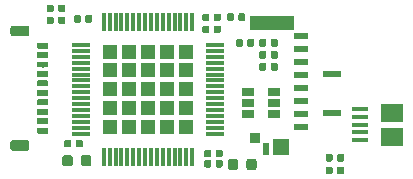
<source format=gbr>
G04 #@! TF.GenerationSoftware,KiCad,Pcbnew,(5.1.2-1)-1*
G04 #@! TF.CreationDate,2020-01-07T18:23:05-05:00*
G04 #@! TF.ProjectId,ARBO Mini,4152424f-204d-4696-9e69-2e6b69636164,rev?*
G04 #@! TF.SameCoordinates,Original*
G04 #@! TF.FileFunction,Paste,Top*
G04 #@! TF.FilePolarity,Positive*
%FSLAX46Y46*%
G04 Gerber Fmt 4.6, Leading zero omitted, Abs format (unit mm)*
G04 Created by KiCad (PCBNEW (5.1.2-1)-1) date 2020-01-07 18:23:05*
%MOMM*%
%LPD*%
G04 APERTURE LIST*
%ADD10R,1.240000X1.240000*%
%ADD11R,0.300000X1.500000*%
%ADD12R,1.500000X0.300000*%
%ADD13C,0.100000*%
%ADD14C,0.590000*%
%ADD15R,1.500000X0.550000*%
%ADD16C,0.900000*%
%ADD17C,0.500000*%
%ADD18R,1.060000X0.650000*%
%ADD19R,0.850000X0.950000*%
%ADD20R,0.600000X1.000000*%
%ADD21R,1.400000X1.450000*%
%ADD22R,3.790000X1.200000*%
%ADD23R,1.250000X0.600000*%
%ADD24R,1.900000X1.500000*%
%ADD25R,1.350000X0.400000*%
%ADD26C,0.875000*%
G04 APERTURE END LIST*
D10*
X114580000Y-57760000D03*
X116180000Y-57760000D03*
X117780000Y-57760000D03*
X119380000Y-57760000D03*
X120980000Y-57760000D03*
X114580000Y-59360000D03*
X116180000Y-59360000D03*
X117780000Y-59360000D03*
X119380000Y-59360000D03*
X120980000Y-59360000D03*
X114580000Y-60960000D03*
X116180000Y-60960000D03*
X117780000Y-60960000D03*
X119380000Y-60960000D03*
X120980000Y-60960000D03*
X114580000Y-62560000D03*
X116180000Y-62560000D03*
X117780000Y-62560000D03*
X119380000Y-62560000D03*
X120980000Y-62560000D03*
X114580000Y-64160000D03*
X116180000Y-64160000D03*
X117780000Y-64160000D03*
X119380000Y-64160000D03*
X120980000Y-64160000D03*
D11*
X114030000Y-55260000D03*
X114530000Y-55260000D03*
X115030000Y-55260000D03*
X115530000Y-55260000D03*
X116030000Y-55260000D03*
X116530000Y-55260000D03*
X117030000Y-55260000D03*
X117530000Y-55260000D03*
X118030000Y-55260000D03*
X118530000Y-55260000D03*
X119030000Y-55260000D03*
X119530000Y-55260000D03*
X120030000Y-55260000D03*
X120530000Y-55260000D03*
X121030000Y-55260000D03*
X121530000Y-55260000D03*
D12*
X123480000Y-57210000D03*
X123480000Y-57710000D03*
X123480000Y-58210000D03*
X123480000Y-58710000D03*
X123480000Y-59210000D03*
X123480000Y-59710000D03*
X123480000Y-60210000D03*
X123480000Y-60710000D03*
X123480000Y-61210000D03*
X123480000Y-61710000D03*
X123480000Y-62210000D03*
X123480000Y-62710000D03*
X123480000Y-63210000D03*
X123480000Y-63710000D03*
X123480000Y-64210000D03*
X123480000Y-64710000D03*
D11*
X121530000Y-66660000D03*
X121030000Y-66660000D03*
X120530000Y-66660000D03*
X120030000Y-66660000D03*
X119530000Y-66660000D03*
X119030000Y-66660000D03*
X118530000Y-66660000D03*
X118030000Y-66660000D03*
X117530000Y-66660000D03*
X117030000Y-66660000D03*
X116530000Y-66660000D03*
X116030000Y-66660000D03*
X115530000Y-66660000D03*
X115030000Y-66660000D03*
X114530000Y-66660000D03*
X114030000Y-66660000D03*
D12*
X112080000Y-64710000D03*
X112080000Y-64210000D03*
X112080000Y-63710000D03*
X112080000Y-63210000D03*
X112080000Y-62710000D03*
X112080000Y-62210000D03*
X112080000Y-61710000D03*
X112080000Y-61210000D03*
X112080000Y-60710000D03*
X112080000Y-60210000D03*
X112080000Y-59710000D03*
X112080000Y-59210000D03*
X112080000Y-58710000D03*
X112080000Y-58210000D03*
X112080000Y-57710000D03*
X112080000Y-57210000D03*
D13*
G36*
X109661358Y-53782710D02*
G01*
X109675676Y-53784834D01*
X109689717Y-53788351D01*
X109703346Y-53793228D01*
X109716431Y-53799417D01*
X109728847Y-53806858D01*
X109740473Y-53815481D01*
X109751198Y-53825202D01*
X109760919Y-53835927D01*
X109769542Y-53847553D01*
X109776983Y-53859969D01*
X109783172Y-53873054D01*
X109788049Y-53886683D01*
X109791566Y-53900724D01*
X109793690Y-53915042D01*
X109794400Y-53929500D01*
X109794400Y-54274500D01*
X109793690Y-54288958D01*
X109791566Y-54303276D01*
X109788049Y-54317317D01*
X109783172Y-54330946D01*
X109776983Y-54344031D01*
X109769542Y-54356447D01*
X109760919Y-54368073D01*
X109751198Y-54378798D01*
X109740473Y-54388519D01*
X109728847Y-54397142D01*
X109716431Y-54404583D01*
X109703346Y-54410772D01*
X109689717Y-54415649D01*
X109675676Y-54419166D01*
X109661358Y-54421290D01*
X109646900Y-54422000D01*
X109351900Y-54422000D01*
X109337442Y-54421290D01*
X109323124Y-54419166D01*
X109309083Y-54415649D01*
X109295454Y-54410772D01*
X109282369Y-54404583D01*
X109269953Y-54397142D01*
X109258327Y-54388519D01*
X109247602Y-54378798D01*
X109237881Y-54368073D01*
X109229258Y-54356447D01*
X109221817Y-54344031D01*
X109215628Y-54330946D01*
X109210751Y-54317317D01*
X109207234Y-54303276D01*
X109205110Y-54288958D01*
X109204400Y-54274500D01*
X109204400Y-53929500D01*
X109205110Y-53915042D01*
X109207234Y-53900724D01*
X109210751Y-53886683D01*
X109215628Y-53873054D01*
X109221817Y-53859969D01*
X109229258Y-53847553D01*
X109237881Y-53835927D01*
X109247602Y-53825202D01*
X109258327Y-53815481D01*
X109269953Y-53806858D01*
X109282369Y-53799417D01*
X109295454Y-53793228D01*
X109309083Y-53788351D01*
X109323124Y-53784834D01*
X109337442Y-53782710D01*
X109351900Y-53782000D01*
X109646900Y-53782000D01*
X109661358Y-53782710D01*
X109661358Y-53782710D01*
G37*
D14*
X109499400Y-54102000D03*
D13*
G36*
X110631358Y-53782710D02*
G01*
X110645676Y-53784834D01*
X110659717Y-53788351D01*
X110673346Y-53793228D01*
X110686431Y-53799417D01*
X110698847Y-53806858D01*
X110710473Y-53815481D01*
X110721198Y-53825202D01*
X110730919Y-53835927D01*
X110739542Y-53847553D01*
X110746983Y-53859969D01*
X110753172Y-53873054D01*
X110758049Y-53886683D01*
X110761566Y-53900724D01*
X110763690Y-53915042D01*
X110764400Y-53929500D01*
X110764400Y-54274500D01*
X110763690Y-54288958D01*
X110761566Y-54303276D01*
X110758049Y-54317317D01*
X110753172Y-54330946D01*
X110746983Y-54344031D01*
X110739542Y-54356447D01*
X110730919Y-54368073D01*
X110721198Y-54378798D01*
X110710473Y-54388519D01*
X110698847Y-54397142D01*
X110686431Y-54404583D01*
X110673346Y-54410772D01*
X110659717Y-54415649D01*
X110645676Y-54419166D01*
X110631358Y-54421290D01*
X110616900Y-54422000D01*
X110321900Y-54422000D01*
X110307442Y-54421290D01*
X110293124Y-54419166D01*
X110279083Y-54415649D01*
X110265454Y-54410772D01*
X110252369Y-54404583D01*
X110239953Y-54397142D01*
X110228327Y-54388519D01*
X110217602Y-54378798D01*
X110207881Y-54368073D01*
X110199258Y-54356447D01*
X110191817Y-54344031D01*
X110185628Y-54330946D01*
X110180751Y-54317317D01*
X110177234Y-54303276D01*
X110175110Y-54288958D01*
X110174400Y-54274500D01*
X110174400Y-53929500D01*
X110175110Y-53915042D01*
X110177234Y-53900724D01*
X110180751Y-53886683D01*
X110185628Y-53873054D01*
X110191817Y-53859969D01*
X110199258Y-53847553D01*
X110207881Y-53835927D01*
X110217602Y-53825202D01*
X110228327Y-53815481D01*
X110239953Y-53806858D01*
X110252369Y-53799417D01*
X110265454Y-53793228D01*
X110279083Y-53788351D01*
X110293124Y-53784834D01*
X110307442Y-53782710D01*
X110321900Y-53782000D01*
X110616900Y-53782000D01*
X110631358Y-53782710D01*
X110631358Y-53782710D01*
G37*
D14*
X110469400Y-54102000D03*
D13*
G36*
X109661358Y-54798710D02*
G01*
X109675676Y-54800834D01*
X109689717Y-54804351D01*
X109703346Y-54809228D01*
X109716431Y-54815417D01*
X109728847Y-54822858D01*
X109740473Y-54831481D01*
X109751198Y-54841202D01*
X109760919Y-54851927D01*
X109769542Y-54863553D01*
X109776983Y-54875969D01*
X109783172Y-54889054D01*
X109788049Y-54902683D01*
X109791566Y-54916724D01*
X109793690Y-54931042D01*
X109794400Y-54945500D01*
X109794400Y-55290500D01*
X109793690Y-55304958D01*
X109791566Y-55319276D01*
X109788049Y-55333317D01*
X109783172Y-55346946D01*
X109776983Y-55360031D01*
X109769542Y-55372447D01*
X109760919Y-55384073D01*
X109751198Y-55394798D01*
X109740473Y-55404519D01*
X109728847Y-55413142D01*
X109716431Y-55420583D01*
X109703346Y-55426772D01*
X109689717Y-55431649D01*
X109675676Y-55435166D01*
X109661358Y-55437290D01*
X109646900Y-55438000D01*
X109351900Y-55438000D01*
X109337442Y-55437290D01*
X109323124Y-55435166D01*
X109309083Y-55431649D01*
X109295454Y-55426772D01*
X109282369Y-55420583D01*
X109269953Y-55413142D01*
X109258327Y-55404519D01*
X109247602Y-55394798D01*
X109237881Y-55384073D01*
X109229258Y-55372447D01*
X109221817Y-55360031D01*
X109215628Y-55346946D01*
X109210751Y-55333317D01*
X109207234Y-55319276D01*
X109205110Y-55304958D01*
X109204400Y-55290500D01*
X109204400Y-54945500D01*
X109205110Y-54931042D01*
X109207234Y-54916724D01*
X109210751Y-54902683D01*
X109215628Y-54889054D01*
X109221817Y-54875969D01*
X109229258Y-54863553D01*
X109237881Y-54851927D01*
X109247602Y-54841202D01*
X109258327Y-54831481D01*
X109269953Y-54822858D01*
X109282369Y-54815417D01*
X109295454Y-54809228D01*
X109309083Y-54804351D01*
X109323124Y-54800834D01*
X109337442Y-54798710D01*
X109351900Y-54798000D01*
X109646900Y-54798000D01*
X109661358Y-54798710D01*
X109661358Y-54798710D01*
G37*
D14*
X109499400Y-55118000D03*
D13*
G36*
X110631358Y-54798710D02*
G01*
X110645676Y-54800834D01*
X110659717Y-54804351D01*
X110673346Y-54809228D01*
X110686431Y-54815417D01*
X110698847Y-54822858D01*
X110710473Y-54831481D01*
X110721198Y-54841202D01*
X110730919Y-54851927D01*
X110739542Y-54863553D01*
X110746983Y-54875969D01*
X110753172Y-54889054D01*
X110758049Y-54902683D01*
X110761566Y-54916724D01*
X110763690Y-54931042D01*
X110764400Y-54945500D01*
X110764400Y-55290500D01*
X110763690Y-55304958D01*
X110761566Y-55319276D01*
X110758049Y-55333317D01*
X110753172Y-55346946D01*
X110746983Y-55360031D01*
X110739542Y-55372447D01*
X110730919Y-55384073D01*
X110721198Y-55394798D01*
X110710473Y-55404519D01*
X110698847Y-55413142D01*
X110686431Y-55420583D01*
X110673346Y-55426772D01*
X110659717Y-55431649D01*
X110645676Y-55435166D01*
X110631358Y-55437290D01*
X110616900Y-55438000D01*
X110321900Y-55438000D01*
X110307442Y-55437290D01*
X110293124Y-55435166D01*
X110279083Y-55431649D01*
X110265454Y-55426772D01*
X110252369Y-55420583D01*
X110239953Y-55413142D01*
X110228327Y-55404519D01*
X110217602Y-55394798D01*
X110207881Y-55384073D01*
X110199258Y-55372447D01*
X110191817Y-55360031D01*
X110185628Y-55346946D01*
X110180751Y-55333317D01*
X110177234Y-55319276D01*
X110175110Y-55304958D01*
X110174400Y-55290500D01*
X110174400Y-54945500D01*
X110175110Y-54931042D01*
X110177234Y-54916724D01*
X110180751Y-54902683D01*
X110185628Y-54889054D01*
X110191817Y-54875969D01*
X110199258Y-54863553D01*
X110207881Y-54851927D01*
X110217602Y-54841202D01*
X110228327Y-54831481D01*
X110239953Y-54822858D01*
X110252369Y-54815417D01*
X110265454Y-54809228D01*
X110279083Y-54804351D01*
X110293124Y-54800834D01*
X110307442Y-54798710D01*
X110321900Y-54798000D01*
X110616900Y-54798000D01*
X110631358Y-54798710D01*
X110631358Y-54798710D01*
G37*
D14*
X110469400Y-55118000D03*
D15*
X133350000Y-59690000D03*
X133350000Y-62940000D03*
D13*
G36*
X133278558Y-66431910D02*
G01*
X133292876Y-66434034D01*
X133306917Y-66437551D01*
X133320546Y-66442428D01*
X133333631Y-66448617D01*
X133346047Y-66456058D01*
X133357673Y-66464681D01*
X133368398Y-66474402D01*
X133378119Y-66485127D01*
X133386742Y-66496753D01*
X133394183Y-66509169D01*
X133400372Y-66522254D01*
X133405249Y-66535883D01*
X133408766Y-66549924D01*
X133410890Y-66564242D01*
X133411600Y-66578700D01*
X133411600Y-66923700D01*
X133410890Y-66938158D01*
X133408766Y-66952476D01*
X133405249Y-66966517D01*
X133400372Y-66980146D01*
X133394183Y-66993231D01*
X133386742Y-67005647D01*
X133378119Y-67017273D01*
X133368398Y-67027998D01*
X133357673Y-67037719D01*
X133346047Y-67046342D01*
X133333631Y-67053783D01*
X133320546Y-67059972D01*
X133306917Y-67064849D01*
X133292876Y-67068366D01*
X133278558Y-67070490D01*
X133264100Y-67071200D01*
X132969100Y-67071200D01*
X132954642Y-67070490D01*
X132940324Y-67068366D01*
X132926283Y-67064849D01*
X132912654Y-67059972D01*
X132899569Y-67053783D01*
X132887153Y-67046342D01*
X132875527Y-67037719D01*
X132864802Y-67027998D01*
X132855081Y-67017273D01*
X132846458Y-67005647D01*
X132839017Y-66993231D01*
X132832828Y-66980146D01*
X132827951Y-66966517D01*
X132824434Y-66952476D01*
X132822310Y-66938158D01*
X132821600Y-66923700D01*
X132821600Y-66578700D01*
X132822310Y-66564242D01*
X132824434Y-66549924D01*
X132827951Y-66535883D01*
X132832828Y-66522254D01*
X132839017Y-66509169D01*
X132846458Y-66496753D01*
X132855081Y-66485127D01*
X132864802Y-66474402D01*
X132875527Y-66464681D01*
X132887153Y-66456058D01*
X132899569Y-66448617D01*
X132912654Y-66442428D01*
X132926283Y-66437551D01*
X132940324Y-66434034D01*
X132954642Y-66431910D01*
X132969100Y-66431200D01*
X133264100Y-66431200D01*
X133278558Y-66431910D01*
X133278558Y-66431910D01*
G37*
D14*
X133116600Y-66751200D03*
D13*
G36*
X134248558Y-66431910D02*
G01*
X134262876Y-66434034D01*
X134276917Y-66437551D01*
X134290546Y-66442428D01*
X134303631Y-66448617D01*
X134316047Y-66456058D01*
X134327673Y-66464681D01*
X134338398Y-66474402D01*
X134348119Y-66485127D01*
X134356742Y-66496753D01*
X134364183Y-66509169D01*
X134370372Y-66522254D01*
X134375249Y-66535883D01*
X134378766Y-66549924D01*
X134380890Y-66564242D01*
X134381600Y-66578700D01*
X134381600Y-66923700D01*
X134380890Y-66938158D01*
X134378766Y-66952476D01*
X134375249Y-66966517D01*
X134370372Y-66980146D01*
X134364183Y-66993231D01*
X134356742Y-67005647D01*
X134348119Y-67017273D01*
X134338398Y-67027998D01*
X134327673Y-67037719D01*
X134316047Y-67046342D01*
X134303631Y-67053783D01*
X134290546Y-67059972D01*
X134276917Y-67064849D01*
X134262876Y-67068366D01*
X134248558Y-67070490D01*
X134234100Y-67071200D01*
X133939100Y-67071200D01*
X133924642Y-67070490D01*
X133910324Y-67068366D01*
X133896283Y-67064849D01*
X133882654Y-67059972D01*
X133869569Y-67053783D01*
X133857153Y-67046342D01*
X133845527Y-67037719D01*
X133834802Y-67027998D01*
X133825081Y-67017273D01*
X133816458Y-67005647D01*
X133809017Y-66993231D01*
X133802828Y-66980146D01*
X133797951Y-66966517D01*
X133794434Y-66952476D01*
X133792310Y-66938158D01*
X133791600Y-66923700D01*
X133791600Y-66578700D01*
X133792310Y-66564242D01*
X133794434Y-66549924D01*
X133797951Y-66535883D01*
X133802828Y-66522254D01*
X133809017Y-66509169D01*
X133816458Y-66496753D01*
X133825081Y-66485127D01*
X133834802Y-66474402D01*
X133845527Y-66464681D01*
X133857153Y-66456058D01*
X133869569Y-66448617D01*
X133882654Y-66442428D01*
X133896283Y-66437551D01*
X133910324Y-66434034D01*
X133924642Y-66431910D01*
X133939100Y-66431200D01*
X134234100Y-66431200D01*
X134248558Y-66431910D01*
X134248558Y-66431910D01*
G37*
D14*
X134086600Y-66751200D03*
D13*
G36*
X107531054Y-65258083D02*
G01*
X107552895Y-65261323D01*
X107574314Y-65266688D01*
X107595104Y-65274127D01*
X107615064Y-65283568D01*
X107634003Y-65294919D01*
X107651738Y-65308073D01*
X107668099Y-65322901D01*
X107682927Y-65339262D01*
X107696081Y-65356997D01*
X107707432Y-65375936D01*
X107716873Y-65395896D01*
X107724312Y-65416686D01*
X107729677Y-65438105D01*
X107732917Y-65459946D01*
X107734000Y-65482000D01*
X107734000Y-65932000D01*
X107732917Y-65954054D01*
X107729677Y-65975895D01*
X107724312Y-65997314D01*
X107716873Y-66018104D01*
X107707432Y-66038064D01*
X107696081Y-66057003D01*
X107682927Y-66074738D01*
X107668099Y-66091099D01*
X107651738Y-66105927D01*
X107634003Y-66119081D01*
X107615064Y-66130432D01*
X107595104Y-66139873D01*
X107574314Y-66147312D01*
X107552895Y-66152677D01*
X107531054Y-66155917D01*
X107509000Y-66157000D01*
X106359000Y-66157000D01*
X106336946Y-66155917D01*
X106315105Y-66152677D01*
X106293686Y-66147312D01*
X106272896Y-66139873D01*
X106252936Y-66130432D01*
X106233997Y-66119081D01*
X106216262Y-66105927D01*
X106199901Y-66091099D01*
X106185073Y-66074738D01*
X106171919Y-66057003D01*
X106160568Y-66038064D01*
X106151127Y-66018104D01*
X106143688Y-65997314D01*
X106138323Y-65975895D01*
X106135083Y-65954054D01*
X106134000Y-65932000D01*
X106134000Y-65482000D01*
X106135083Y-65459946D01*
X106138323Y-65438105D01*
X106143688Y-65416686D01*
X106151127Y-65395896D01*
X106160568Y-65375936D01*
X106171919Y-65356997D01*
X106185073Y-65339262D01*
X106199901Y-65322901D01*
X106216262Y-65308073D01*
X106233997Y-65294919D01*
X106252936Y-65283568D01*
X106272896Y-65274127D01*
X106293686Y-65266688D01*
X106315105Y-65261323D01*
X106336946Y-65258083D01*
X106359000Y-65257000D01*
X107509000Y-65257000D01*
X107531054Y-65258083D01*
X107531054Y-65258083D01*
G37*
D16*
X106934000Y-65707000D03*
D13*
G36*
X107531054Y-55558083D02*
G01*
X107552895Y-55561323D01*
X107574314Y-55566688D01*
X107595104Y-55574127D01*
X107615064Y-55583568D01*
X107634003Y-55594919D01*
X107651738Y-55608073D01*
X107668099Y-55622901D01*
X107682927Y-55639262D01*
X107696081Y-55656997D01*
X107707432Y-55675936D01*
X107716873Y-55695896D01*
X107724312Y-55716686D01*
X107729677Y-55738105D01*
X107732917Y-55759946D01*
X107734000Y-55782000D01*
X107734000Y-56232000D01*
X107732917Y-56254054D01*
X107729677Y-56275895D01*
X107724312Y-56297314D01*
X107716873Y-56318104D01*
X107707432Y-56338064D01*
X107696081Y-56357003D01*
X107682927Y-56374738D01*
X107668099Y-56391099D01*
X107651738Y-56405927D01*
X107634003Y-56419081D01*
X107615064Y-56430432D01*
X107595104Y-56439873D01*
X107574314Y-56447312D01*
X107552895Y-56452677D01*
X107531054Y-56455917D01*
X107509000Y-56457000D01*
X106359000Y-56457000D01*
X106336946Y-56455917D01*
X106315105Y-56452677D01*
X106293686Y-56447312D01*
X106272896Y-56439873D01*
X106252936Y-56430432D01*
X106233997Y-56419081D01*
X106216262Y-56405927D01*
X106199901Y-56391099D01*
X106185073Y-56374738D01*
X106171919Y-56357003D01*
X106160568Y-56338064D01*
X106151127Y-56318104D01*
X106143688Y-56297314D01*
X106138323Y-56275895D01*
X106135083Y-56254054D01*
X106134000Y-56232000D01*
X106134000Y-55782000D01*
X106135083Y-55759946D01*
X106138323Y-55738105D01*
X106143688Y-55716686D01*
X106151127Y-55695896D01*
X106160568Y-55675936D01*
X106171919Y-55656997D01*
X106185073Y-55639262D01*
X106199901Y-55622901D01*
X106216262Y-55608073D01*
X106233997Y-55594919D01*
X106252936Y-55583568D01*
X106272896Y-55574127D01*
X106293686Y-55566688D01*
X106315105Y-55561323D01*
X106336946Y-55558083D01*
X106359000Y-55557000D01*
X107509000Y-55557000D01*
X107531054Y-55558083D01*
X107531054Y-55558083D01*
G37*
D16*
X106934000Y-56007000D03*
D13*
G36*
X109241252Y-64207602D02*
G01*
X109253386Y-64209402D01*
X109265286Y-64212382D01*
X109276835Y-64216515D01*
X109287925Y-64221760D01*
X109298446Y-64228066D01*
X109308299Y-64235374D01*
X109317388Y-64243612D01*
X109325626Y-64252701D01*
X109332934Y-64262554D01*
X109339240Y-64273075D01*
X109344485Y-64284165D01*
X109348618Y-64295714D01*
X109351598Y-64307614D01*
X109353398Y-64319748D01*
X109354000Y-64332000D01*
X109354000Y-64582000D01*
X109353398Y-64594252D01*
X109351598Y-64606386D01*
X109348618Y-64618286D01*
X109344485Y-64629835D01*
X109339240Y-64640925D01*
X109332934Y-64651446D01*
X109325626Y-64661299D01*
X109317388Y-64670388D01*
X109308299Y-64678626D01*
X109298446Y-64685934D01*
X109287925Y-64692240D01*
X109276835Y-64697485D01*
X109265286Y-64701618D01*
X109253386Y-64704598D01*
X109241252Y-64706398D01*
X109229000Y-64707000D01*
X108479000Y-64707000D01*
X108466748Y-64706398D01*
X108454614Y-64704598D01*
X108442714Y-64701618D01*
X108431165Y-64697485D01*
X108420075Y-64692240D01*
X108409554Y-64685934D01*
X108399701Y-64678626D01*
X108390612Y-64670388D01*
X108382374Y-64661299D01*
X108375066Y-64651446D01*
X108368760Y-64640925D01*
X108363515Y-64629835D01*
X108359382Y-64618286D01*
X108356402Y-64606386D01*
X108354602Y-64594252D01*
X108354000Y-64582000D01*
X108354000Y-64332000D01*
X108354602Y-64319748D01*
X108356402Y-64307614D01*
X108359382Y-64295714D01*
X108363515Y-64284165D01*
X108368760Y-64273075D01*
X108375066Y-64262554D01*
X108382374Y-64252701D01*
X108390612Y-64243612D01*
X108399701Y-64235374D01*
X108409554Y-64228066D01*
X108420075Y-64221760D01*
X108431165Y-64216515D01*
X108442714Y-64212382D01*
X108454614Y-64209402D01*
X108466748Y-64207602D01*
X108479000Y-64207000D01*
X109229000Y-64207000D01*
X109241252Y-64207602D01*
X109241252Y-64207602D01*
G37*
D17*
X108854000Y-64457000D03*
D13*
G36*
X109241252Y-63407602D02*
G01*
X109253386Y-63409402D01*
X109265286Y-63412382D01*
X109276835Y-63416515D01*
X109287925Y-63421760D01*
X109298446Y-63428066D01*
X109308299Y-63435374D01*
X109317388Y-63443612D01*
X109325626Y-63452701D01*
X109332934Y-63462554D01*
X109339240Y-63473075D01*
X109344485Y-63484165D01*
X109348618Y-63495714D01*
X109351598Y-63507614D01*
X109353398Y-63519748D01*
X109354000Y-63532000D01*
X109354000Y-63782000D01*
X109353398Y-63794252D01*
X109351598Y-63806386D01*
X109348618Y-63818286D01*
X109344485Y-63829835D01*
X109339240Y-63840925D01*
X109332934Y-63851446D01*
X109325626Y-63861299D01*
X109317388Y-63870388D01*
X109308299Y-63878626D01*
X109298446Y-63885934D01*
X109287925Y-63892240D01*
X109276835Y-63897485D01*
X109265286Y-63901618D01*
X109253386Y-63904598D01*
X109241252Y-63906398D01*
X109229000Y-63907000D01*
X108479000Y-63907000D01*
X108466748Y-63906398D01*
X108454614Y-63904598D01*
X108442714Y-63901618D01*
X108431165Y-63897485D01*
X108420075Y-63892240D01*
X108409554Y-63885934D01*
X108399701Y-63878626D01*
X108390612Y-63870388D01*
X108382374Y-63861299D01*
X108375066Y-63851446D01*
X108368760Y-63840925D01*
X108363515Y-63829835D01*
X108359382Y-63818286D01*
X108356402Y-63806386D01*
X108354602Y-63794252D01*
X108354000Y-63782000D01*
X108354000Y-63532000D01*
X108354602Y-63519748D01*
X108356402Y-63507614D01*
X108359382Y-63495714D01*
X108363515Y-63484165D01*
X108368760Y-63473075D01*
X108375066Y-63462554D01*
X108382374Y-63452701D01*
X108390612Y-63443612D01*
X108399701Y-63435374D01*
X108409554Y-63428066D01*
X108420075Y-63421760D01*
X108431165Y-63416515D01*
X108442714Y-63412382D01*
X108454614Y-63409402D01*
X108466748Y-63407602D01*
X108479000Y-63407000D01*
X109229000Y-63407000D01*
X109241252Y-63407602D01*
X109241252Y-63407602D01*
G37*
D17*
X108854000Y-63657000D03*
D13*
G36*
X109241252Y-62607602D02*
G01*
X109253386Y-62609402D01*
X109265286Y-62612382D01*
X109276835Y-62616515D01*
X109287925Y-62621760D01*
X109298446Y-62628066D01*
X109308299Y-62635374D01*
X109317388Y-62643612D01*
X109325626Y-62652701D01*
X109332934Y-62662554D01*
X109339240Y-62673075D01*
X109344485Y-62684165D01*
X109348618Y-62695714D01*
X109351598Y-62707614D01*
X109353398Y-62719748D01*
X109354000Y-62732000D01*
X109354000Y-62982000D01*
X109353398Y-62994252D01*
X109351598Y-63006386D01*
X109348618Y-63018286D01*
X109344485Y-63029835D01*
X109339240Y-63040925D01*
X109332934Y-63051446D01*
X109325626Y-63061299D01*
X109317388Y-63070388D01*
X109308299Y-63078626D01*
X109298446Y-63085934D01*
X109287925Y-63092240D01*
X109276835Y-63097485D01*
X109265286Y-63101618D01*
X109253386Y-63104598D01*
X109241252Y-63106398D01*
X109229000Y-63107000D01*
X108479000Y-63107000D01*
X108466748Y-63106398D01*
X108454614Y-63104598D01*
X108442714Y-63101618D01*
X108431165Y-63097485D01*
X108420075Y-63092240D01*
X108409554Y-63085934D01*
X108399701Y-63078626D01*
X108390612Y-63070388D01*
X108382374Y-63061299D01*
X108375066Y-63051446D01*
X108368760Y-63040925D01*
X108363515Y-63029835D01*
X108359382Y-63018286D01*
X108356402Y-63006386D01*
X108354602Y-62994252D01*
X108354000Y-62982000D01*
X108354000Y-62732000D01*
X108354602Y-62719748D01*
X108356402Y-62707614D01*
X108359382Y-62695714D01*
X108363515Y-62684165D01*
X108368760Y-62673075D01*
X108375066Y-62662554D01*
X108382374Y-62652701D01*
X108390612Y-62643612D01*
X108399701Y-62635374D01*
X108409554Y-62628066D01*
X108420075Y-62621760D01*
X108431165Y-62616515D01*
X108442714Y-62612382D01*
X108454614Y-62609402D01*
X108466748Y-62607602D01*
X108479000Y-62607000D01*
X109229000Y-62607000D01*
X109241252Y-62607602D01*
X109241252Y-62607602D01*
G37*
D17*
X108854000Y-62857000D03*
D13*
G36*
X109241252Y-61807602D02*
G01*
X109253386Y-61809402D01*
X109265286Y-61812382D01*
X109276835Y-61816515D01*
X109287925Y-61821760D01*
X109298446Y-61828066D01*
X109308299Y-61835374D01*
X109317388Y-61843612D01*
X109325626Y-61852701D01*
X109332934Y-61862554D01*
X109339240Y-61873075D01*
X109344485Y-61884165D01*
X109348618Y-61895714D01*
X109351598Y-61907614D01*
X109353398Y-61919748D01*
X109354000Y-61932000D01*
X109354000Y-62182000D01*
X109353398Y-62194252D01*
X109351598Y-62206386D01*
X109348618Y-62218286D01*
X109344485Y-62229835D01*
X109339240Y-62240925D01*
X109332934Y-62251446D01*
X109325626Y-62261299D01*
X109317388Y-62270388D01*
X109308299Y-62278626D01*
X109298446Y-62285934D01*
X109287925Y-62292240D01*
X109276835Y-62297485D01*
X109265286Y-62301618D01*
X109253386Y-62304598D01*
X109241252Y-62306398D01*
X109229000Y-62307000D01*
X108479000Y-62307000D01*
X108466748Y-62306398D01*
X108454614Y-62304598D01*
X108442714Y-62301618D01*
X108431165Y-62297485D01*
X108420075Y-62292240D01*
X108409554Y-62285934D01*
X108399701Y-62278626D01*
X108390612Y-62270388D01*
X108382374Y-62261299D01*
X108375066Y-62251446D01*
X108368760Y-62240925D01*
X108363515Y-62229835D01*
X108359382Y-62218286D01*
X108356402Y-62206386D01*
X108354602Y-62194252D01*
X108354000Y-62182000D01*
X108354000Y-61932000D01*
X108354602Y-61919748D01*
X108356402Y-61907614D01*
X108359382Y-61895714D01*
X108363515Y-61884165D01*
X108368760Y-61873075D01*
X108375066Y-61862554D01*
X108382374Y-61852701D01*
X108390612Y-61843612D01*
X108399701Y-61835374D01*
X108409554Y-61828066D01*
X108420075Y-61821760D01*
X108431165Y-61816515D01*
X108442714Y-61812382D01*
X108454614Y-61809402D01*
X108466748Y-61807602D01*
X108479000Y-61807000D01*
X109229000Y-61807000D01*
X109241252Y-61807602D01*
X109241252Y-61807602D01*
G37*
D17*
X108854000Y-62057000D03*
D13*
G36*
X109241252Y-61007602D02*
G01*
X109253386Y-61009402D01*
X109265286Y-61012382D01*
X109276835Y-61016515D01*
X109287925Y-61021760D01*
X109298446Y-61028066D01*
X109308299Y-61035374D01*
X109317388Y-61043612D01*
X109325626Y-61052701D01*
X109332934Y-61062554D01*
X109339240Y-61073075D01*
X109344485Y-61084165D01*
X109348618Y-61095714D01*
X109351598Y-61107614D01*
X109353398Y-61119748D01*
X109354000Y-61132000D01*
X109354000Y-61382000D01*
X109353398Y-61394252D01*
X109351598Y-61406386D01*
X109348618Y-61418286D01*
X109344485Y-61429835D01*
X109339240Y-61440925D01*
X109332934Y-61451446D01*
X109325626Y-61461299D01*
X109317388Y-61470388D01*
X109308299Y-61478626D01*
X109298446Y-61485934D01*
X109287925Y-61492240D01*
X109276835Y-61497485D01*
X109265286Y-61501618D01*
X109253386Y-61504598D01*
X109241252Y-61506398D01*
X109229000Y-61507000D01*
X108479000Y-61507000D01*
X108466748Y-61506398D01*
X108454614Y-61504598D01*
X108442714Y-61501618D01*
X108431165Y-61497485D01*
X108420075Y-61492240D01*
X108409554Y-61485934D01*
X108399701Y-61478626D01*
X108390612Y-61470388D01*
X108382374Y-61461299D01*
X108375066Y-61451446D01*
X108368760Y-61440925D01*
X108363515Y-61429835D01*
X108359382Y-61418286D01*
X108356402Y-61406386D01*
X108354602Y-61394252D01*
X108354000Y-61382000D01*
X108354000Y-61132000D01*
X108354602Y-61119748D01*
X108356402Y-61107614D01*
X108359382Y-61095714D01*
X108363515Y-61084165D01*
X108368760Y-61073075D01*
X108375066Y-61062554D01*
X108382374Y-61052701D01*
X108390612Y-61043612D01*
X108399701Y-61035374D01*
X108409554Y-61028066D01*
X108420075Y-61021760D01*
X108431165Y-61016515D01*
X108442714Y-61012382D01*
X108454614Y-61009402D01*
X108466748Y-61007602D01*
X108479000Y-61007000D01*
X109229000Y-61007000D01*
X109241252Y-61007602D01*
X109241252Y-61007602D01*
G37*
D17*
X108854000Y-61257000D03*
D13*
G36*
X109241252Y-60207602D02*
G01*
X109253386Y-60209402D01*
X109265286Y-60212382D01*
X109276835Y-60216515D01*
X109287925Y-60221760D01*
X109298446Y-60228066D01*
X109308299Y-60235374D01*
X109317388Y-60243612D01*
X109325626Y-60252701D01*
X109332934Y-60262554D01*
X109339240Y-60273075D01*
X109344485Y-60284165D01*
X109348618Y-60295714D01*
X109351598Y-60307614D01*
X109353398Y-60319748D01*
X109354000Y-60332000D01*
X109354000Y-60582000D01*
X109353398Y-60594252D01*
X109351598Y-60606386D01*
X109348618Y-60618286D01*
X109344485Y-60629835D01*
X109339240Y-60640925D01*
X109332934Y-60651446D01*
X109325626Y-60661299D01*
X109317388Y-60670388D01*
X109308299Y-60678626D01*
X109298446Y-60685934D01*
X109287925Y-60692240D01*
X109276835Y-60697485D01*
X109265286Y-60701618D01*
X109253386Y-60704598D01*
X109241252Y-60706398D01*
X109229000Y-60707000D01*
X108479000Y-60707000D01*
X108466748Y-60706398D01*
X108454614Y-60704598D01*
X108442714Y-60701618D01*
X108431165Y-60697485D01*
X108420075Y-60692240D01*
X108409554Y-60685934D01*
X108399701Y-60678626D01*
X108390612Y-60670388D01*
X108382374Y-60661299D01*
X108375066Y-60651446D01*
X108368760Y-60640925D01*
X108363515Y-60629835D01*
X108359382Y-60618286D01*
X108356402Y-60606386D01*
X108354602Y-60594252D01*
X108354000Y-60582000D01*
X108354000Y-60332000D01*
X108354602Y-60319748D01*
X108356402Y-60307614D01*
X108359382Y-60295714D01*
X108363515Y-60284165D01*
X108368760Y-60273075D01*
X108375066Y-60262554D01*
X108382374Y-60252701D01*
X108390612Y-60243612D01*
X108399701Y-60235374D01*
X108409554Y-60228066D01*
X108420075Y-60221760D01*
X108431165Y-60216515D01*
X108442714Y-60212382D01*
X108454614Y-60209402D01*
X108466748Y-60207602D01*
X108479000Y-60207000D01*
X109229000Y-60207000D01*
X109241252Y-60207602D01*
X109241252Y-60207602D01*
G37*
D17*
X108854000Y-60457000D03*
D13*
G36*
X109241252Y-59407602D02*
G01*
X109253386Y-59409402D01*
X109265286Y-59412382D01*
X109276835Y-59416515D01*
X109287925Y-59421760D01*
X109298446Y-59428066D01*
X109308299Y-59435374D01*
X109317388Y-59443612D01*
X109325626Y-59452701D01*
X109332934Y-59462554D01*
X109339240Y-59473075D01*
X109344485Y-59484165D01*
X109348618Y-59495714D01*
X109351598Y-59507614D01*
X109353398Y-59519748D01*
X109354000Y-59532000D01*
X109354000Y-59782000D01*
X109353398Y-59794252D01*
X109351598Y-59806386D01*
X109348618Y-59818286D01*
X109344485Y-59829835D01*
X109339240Y-59840925D01*
X109332934Y-59851446D01*
X109325626Y-59861299D01*
X109317388Y-59870388D01*
X109308299Y-59878626D01*
X109298446Y-59885934D01*
X109287925Y-59892240D01*
X109276835Y-59897485D01*
X109265286Y-59901618D01*
X109253386Y-59904598D01*
X109241252Y-59906398D01*
X109229000Y-59907000D01*
X108479000Y-59907000D01*
X108466748Y-59906398D01*
X108454614Y-59904598D01*
X108442714Y-59901618D01*
X108431165Y-59897485D01*
X108420075Y-59892240D01*
X108409554Y-59885934D01*
X108399701Y-59878626D01*
X108390612Y-59870388D01*
X108382374Y-59861299D01*
X108375066Y-59851446D01*
X108368760Y-59840925D01*
X108363515Y-59829835D01*
X108359382Y-59818286D01*
X108356402Y-59806386D01*
X108354602Y-59794252D01*
X108354000Y-59782000D01*
X108354000Y-59532000D01*
X108354602Y-59519748D01*
X108356402Y-59507614D01*
X108359382Y-59495714D01*
X108363515Y-59484165D01*
X108368760Y-59473075D01*
X108375066Y-59462554D01*
X108382374Y-59452701D01*
X108390612Y-59443612D01*
X108399701Y-59435374D01*
X108409554Y-59428066D01*
X108420075Y-59421760D01*
X108431165Y-59416515D01*
X108442714Y-59412382D01*
X108454614Y-59409402D01*
X108466748Y-59407602D01*
X108479000Y-59407000D01*
X109229000Y-59407000D01*
X109241252Y-59407602D01*
X109241252Y-59407602D01*
G37*
D17*
X108854000Y-59657000D03*
D13*
G36*
X109241252Y-58607602D02*
G01*
X109253386Y-58609402D01*
X109265286Y-58612382D01*
X109276835Y-58616515D01*
X109287925Y-58621760D01*
X109298446Y-58628066D01*
X109308299Y-58635374D01*
X109317388Y-58643612D01*
X109325626Y-58652701D01*
X109332934Y-58662554D01*
X109339240Y-58673075D01*
X109344485Y-58684165D01*
X109348618Y-58695714D01*
X109351598Y-58707614D01*
X109353398Y-58719748D01*
X109354000Y-58732000D01*
X109354000Y-58982000D01*
X109353398Y-58994252D01*
X109351598Y-59006386D01*
X109348618Y-59018286D01*
X109344485Y-59029835D01*
X109339240Y-59040925D01*
X109332934Y-59051446D01*
X109325626Y-59061299D01*
X109317388Y-59070388D01*
X109308299Y-59078626D01*
X109298446Y-59085934D01*
X109287925Y-59092240D01*
X109276835Y-59097485D01*
X109265286Y-59101618D01*
X109253386Y-59104598D01*
X109241252Y-59106398D01*
X109229000Y-59107000D01*
X108479000Y-59107000D01*
X108466748Y-59106398D01*
X108454614Y-59104598D01*
X108442714Y-59101618D01*
X108431165Y-59097485D01*
X108420075Y-59092240D01*
X108409554Y-59085934D01*
X108399701Y-59078626D01*
X108390612Y-59070388D01*
X108382374Y-59061299D01*
X108375066Y-59051446D01*
X108368760Y-59040925D01*
X108363515Y-59029835D01*
X108359382Y-59018286D01*
X108356402Y-59006386D01*
X108354602Y-58994252D01*
X108354000Y-58982000D01*
X108354000Y-58732000D01*
X108354602Y-58719748D01*
X108356402Y-58707614D01*
X108359382Y-58695714D01*
X108363515Y-58684165D01*
X108368760Y-58673075D01*
X108375066Y-58662554D01*
X108382374Y-58652701D01*
X108390612Y-58643612D01*
X108399701Y-58635374D01*
X108409554Y-58628066D01*
X108420075Y-58621760D01*
X108431165Y-58616515D01*
X108442714Y-58612382D01*
X108454614Y-58609402D01*
X108466748Y-58607602D01*
X108479000Y-58607000D01*
X109229000Y-58607000D01*
X109241252Y-58607602D01*
X109241252Y-58607602D01*
G37*
D17*
X108854000Y-58857000D03*
D13*
G36*
X109241252Y-57807602D02*
G01*
X109253386Y-57809402D01*
X109265286Y-57812382D01*
X109276835Y-57816515D01*
X109287925Y-57821760D01*
X109298446Y-57828066D01*
X109308299Y-57835374D01*
X109317388Y-57843612D01*
X109325626Y-57852701D01*
X109332934Y-57862554D01*
X109339240Y-57873075D01*
X109344485Y-57884165D01*
X109348618Y-57895714D01*
X109351598Y-57907614D01*
X109353398Y-57919748D01*
X109354000Y-57932000D01*
X109354000Y-58182000D01*
X109353398Y-58194252D01*
X109351598Y-58206386D01*
X109348618Y-58218286D01*
X109344485Y-58229835D01*
X109339240Y-58240925D01*
X109332934Y-58251446D01*
X109325626Y-58261299D01*
X109317388Y-58270388D01*
X109308299Y-58278626D01*
X109298446Y-58285934D01*
X109287925Y-58292240D01*
X109276835Y-58297485D01*
X109265286Y-58301618D01*
X109253386Y-58304598D01*
X109241252Y-58306398D01*
X109229000Y-58307000D01*
X108479000Y-58307000D01*
X108466748Y-58306398D01*
X108454614Y-58304598D01*
X108442714Y-58301618D01*
X108431165Y-58297485D01*
X108420075Y-58292240D01*
X108409554Y-58285934D01*
X108399701Y-58278626D01*
X108390612Y-58270388D01*
X108382374Y-58261299D01*
X108375066Y-58251446D01*
X108368760Y-58240925D01*
X108363515Y-58229835D01*
X108359382Y-58218286D01*
X108356402Y-58206386D01*
X108354602Y-58194252D01*
X108354000Y-58182000D01*
X108354000Y-57932000D01*
X108354602Y-57919748D01*
X108356402Y-57907614D01*
X108359382Y-57895714D01*
X108363515Y-57884165D01*
X108368760Y-57873075D01*
X108375066Y-57862554D01*
X108382374Y-57852701D01*
X108390612Y-57843612D01*
X108399701Y-57835374D01*
X108409554Y-57828066D01*
X108420075Y-57821760D01*
X108431165Y-57816515D01*
X108442714Y-57812382D01*
X108454614Y-57809402D01*
X108466748Y-57807602D01*
X108479000Y-57807000D01*
X109229000Y-57807000D01*
X109241252Y-57807602D01*
X109241252Y-57807602D01*
G37*
D17*
X108854000Y-58057000D03*
D13*
G36*
X109241252Y-57007602D02*
G01*
X109253386Y-57009402D01*
X109265286Y-57012382D01*
X109276835Y-57016515D01*
X109287925Y-57021760D01*
X109298446Y-57028066D01*
X109308299Y-57035374D01*
X109317388Y-57043612D01*
X109325626Y-57052701D01*
X109332934Y-57062554D01*
X109339240Y-57073075D01*
X109344485Y-57084165D01*
X109348618Y-57095714D01*
X109351598Y-57107614D01*
X109353398Y-57119748D01*
X109354000Y-57132000D01*
X109354000Y-57382000D01*
X109353398Y-57394252D01*
X109351598Y-57406386D01*
X109348618Y-57418286D01*
X109344485Y-57429835D01*
X109339240Y-57440925D01*
X109332934Y-57451446D01*
X109325626Y-57461299D01*
X109317388Y-57470388D01*
X109308299Y-57478626D01*
X109298446Y-57485934D01*
X109287925Y-57492240D01*
X109276835Y-57497485D01*
X109265286Y-57501618D01*
X109253386Y-57504598D01*
X109241252Y-57506398D01*
X109229000Y-57507000D01*
X108479000Y-57507000D01*
X108466748Y-57506398D01*
X108454614Y-57504598D01*
X108442714Y-57501618D01*
X108431165Y-57497485D01*
X108420075Y-57492240D01*
X108409554Y-57485934D01*
X108399701Y-57478626D01*
X108390612Y-57470388D01*
X108382374Y-57461299D01*
X108375066Y-57451446D01*
X108368760Y-57440925D01*
X108363515Y-57429835D01*
X108359382Y-57418286D01*
X108356402Y-57406386D01*
X108354602Y-57394252D01*
X108354000Y-57382000D01*
X108354000Y-57132000D01*
X108354602Y-57119748D01*
X108356402Y-57107614D01*
X108359382Y-57095714D01*
X108363515Y-57084165D01*
X108368760Y-57073075D01*
X108375066Y-57062554D01*
X108382374Y-57052701D01*
X108390612Y-57043612D01*
X108399701Y-57035374D01*
X108409554Y-57028066D01*
X108420075Y-57021760D01*
X108431165Y-57016515D01*
X108442714Y-57012382D01*
X108454614Y-57009402D01*
X108466748Y-57007602D01*
X108479000Y-57007000D01*
X109229000Y-57007000D01*
X109241252Y-57007602D01*
X109241252Y-57007602D01*
G37*
D17*
X108854000Y-57257000D03*
D13*
G36*
X133278558Y-67498710D02*
G01*
X133292876Y-67500834D01*
X133306917Y-67504351D01*
X133320546Y-67509228D01*
X133333631Y-67515417D01*
X133346047Y-67522858D01*
X133357673Y-67531481D01*
X133368398Y-67541202D01*
X133378119Y-67551927D01*
X133386742Y-67563553D01*
X133394183Y-67575969D01*
X133400372Y-67589054D01*
X133405249Y-67602683D01*
X133408766Y-67616724D01*
X133410890Y-67631042D01*
X133411600Y-67645500D01*
X133411600Y-67990500D01*
X133410890Y-68004958D01*
X133408766Y-68019276D01*
X133405249Y-68033317D01*
X133400372Y-68046946D01*
X133394183Y-68060031D01*
X133386742Y-68072447D01*
X133378119Y-68084073D01*
X133368398Y-68094798D01*
X133357673Y-68104519D01*
X133346047Y-68113142D01*
X133333631Y-68120583D01*
X133320546Y-68126772D01*
X133306917Y-68131649D01*
X133292876Y-68135166D01*
X133278558Y-68137290D01*
X133264100Y-68138000D01*
X132969100Y-68138000D01*
X132954642Y-68137290D01*
X132940324Y-68135166D01*
X132926283Y-68131649D01*
X132912654Y-68126772D01*
X132899569Y-68120583D01*
X132887153Y-68113142D01*
X132875527Y-68104519D01*
X132864802Y-68094798D01*
X132855081Y-68084073D01*
X132846458Y-68072447D01*
X132839017Y-68060031D01*
X132832828Y-68046946D01*
X132827951Y-68033317D01*
X132824434Y-68019276D01*
X132822310Y-68004958D01*
X132821600Y-67990500D01*
X132821600Y-67645500D01*
X132822310Y-67631042D01*
X132824434Y-67616724D01*
X132827951Y-67602683D01*
X132832828Y-67589054D01*
X132839017Y-67575969D01*
X132846458Y-67563553D01*
X132855081Y-67551927D01*
X132864802Y-67541202D01*
X132875527Y-67531481D01*
X132887153Y-67522858D01*
X132899569Y-67515417D01*
X132912654Y-67509228D01*
X132926283Y-67504351D01*
X132940324Y-67500834D01*
X132954642Y-67498710D01*
X132969100Y-67498000D01*
X133264100Y-67498000D01*
X133278558Y-67498710D01*
X133278558Y-67498710D01*
G37*
D14*
X133116600Y-67818000D03*
D13*
G36*
X134248558Y-67498710D02*
G01*
X134262876Y-67500834D01*
X134276917Y-67504351D01*
X134290546Y-67509228D01*
X134303631Y-67515417D01*
X134316047Y-67522858D01*
X134327673Y-67531481D01*
X134338398Y-67541202D01*
X134348119Y-67551927D01*
X134356742Y-67563553D01*
X134364183Y-67575969D01*
X134370372Y-67589054D01*
X134375249Y-67602683D01*
X134378766Y-67616724D01*
X134380890Y-67631042D01*
X134381600Y-67645500D01*
X134381600Y-67990500D01*
X134380890Y-68004958D01*
X134378766Y-68019276D01*
X134375249Y-68033317D01*
X134370372Y-68046946D01*
X134364183Y-68060031D01*
X134356742Y-68072447D01*
X134348119Y-68084073D01*
X134338398Y-68094798D01*
X134327673Y-68104519D01*
X134316047Y-68113142D01*
X134303631Y-68120583D01*
X134290546Y-68126772D01*
X134276917Y-68131649D01*
X134262876Y-68135166D01*
X134248558Y-68137290D01*
X134234100Y-68138000D01*
X133939100Y-68138000D01*
X133924642Y-68137290D01*
X133910324Y-68135166D01*
X133896283Y-68131649D01*
X133882654Y-68126772D01*
X133869569Y-68120583D01*
X133857153Y-68113142D01*
X133845527Y-68104519D01*
X133834802Y-68094798D01*
X133825081Y-68084073D01*
X133816458Y-68072447D01*
X133809017Y-68060031D01*
X133802828Y-68046946D01*
X133797951Y-68033317D01*
X133794434Y-68019276D01*
X133792310Y-68004958D01*
X133791600Y-67990500D01*
X133791600Y-67645500D01*
X133792310Y-67631042D01*
X133794434Y-67616724D01*
X133797951Y-67602683D01*
X133802828Y-67589054D01*
X133809017Y-67575969D01*
X133816458Y-67563553D01*
X133825081Y-67551927D01*
X133834802Y-67541202D01*
X133845527Y-67531481D01*
X133857153Y-67522858D01*
X133869569Y-67515417D01*
X133882654Y-67509228D01*
X133896283Y-67504351D01*
X133910324Y-67500834D01*
X133924642Y-67498710D01*
X133939100Y-67498000D01*
X134234100Y-67498000D01*
X134248558Y-67498710D01*
X134248558Y-67498710D01*
G37*
D14*
X134086600Y-67818000D03*
D18*
X128481000Y-62103000D03*
X128481000Y-61153000D03*
X128481000Y-63053000D03*
X126281000Y-63053000D03*
X126281000Y-62103000D03*
X126281000Y-61153000D03*
D19*
X126805000Y-65100000D03*
D20*
X127780000Y-66025000D03*
D21*
X129070000Y-65800000D03*
D22*
X128270000Y-55325000D03*
D23*
X130755000Y-56475000D03*
X130755000Y-57575000D03*
X130755000Y-58675000D03*
X130755000Y-59775000D03*
X130755000Y-60875000D03*
X130755000Y-61975000D03*
X130755000Y-63075000D03*
X130755000Y-64175000D03*
D24*
X138430000Y-64962400D03*
D25*
X135730000Y-63962400D03*
X135730000Y-63312400D03*
X135730000Y-62662400D03*
X135730000Y-65262400D03*
X135730000Y-64612400D03*
D24*
X138430000Y-62962400D03*
D13*
G36*
X111967958Y-54671710D02*
G01*
X111982276Y-54673834D01*
X111996317Y-54677351D01*
X112009946Y-54682228D01*
X112023031Y-54688417D01*
X112035447Y-54695858D01*
X112047073Y-54704481D01*
X112057798Y-54714202D01*
X112067519Y-54724927D01*
X112076142Y-54736553D01*
X112083583Y-54748969D01*
X112089772Y-54762054D01*
X112094649Y-54775683D01*
X112098166Y-54789724D01*
X112100290Y-54804042D01*
X112101000Y-54818500D01*
X112101000Y-55163500D01*
X112100290Y-55177958D01*
X112098166Y-55192276D01*
X112094649Y-55206317D01*
X112089772Y-55219946D01*
X112083583Y-55233031D01*
X112076142Y-55245447D01*
X112067519Y-55257073D01*
X112057798Y-55267798D01*
X112047073Y-55277519D01*
X112035447Y-55286142D01*
X112023031Y-55293583D01*
X112009946Y-55299772D01*
X111996317Y-55304649D01*
X111982276Y-55308166D01*
X111967958Y-55310290D01*
X111953500Y-55311000D01*
X111658500Y-55311000D01*
X111644042Y-55310290D01*
X111629724Y-55308166D01*
X111615683Y-55304649D01*
X111602054Y-55299772D01*
X111588969Y-55293583D01*
X111576553Y-55286142D01*
X111564927Y-55277519D01*
X111554202Y-55267798D01*
X111544481Y-55257073D01*
X111535858Y-55245447D01*
X111528417Y-55233031D01*
X111522228Y-55219946D01*
X111517351Y-55206317D01*
X111513834Y-55192276D01*
X111511710Y-55177958D01*
X111511000Y-55163500D01*
X111511000Y-54818500D01*
X111511710Y-54804042D01*
X111513834Y-54789724D01*
X111517351Y-54775683D01*
X111522228Y-54762054D01*
X111528417Y-54748969D01*
X111535858Y-54736553D01*
X111544481Y-54724927D01*
X111554202Y-54714202D01*
X111564927Y-54704481D01*
X111576553Y-54695858D01*
X111588969Y-54688417D01*
X111602054Y-54682228D01*
X111615683Y-54677351D01*
X111629724Y-54673834D01*
X111644042Y-54671710D01*
X111658500Y-54671000D01*
X111953500Y-54671000D01*
X111967958Y-54671710D01*
X111967958Y-54671710D01*
G37*
D14*
X111806000Y-54991000D03*
D13*
G36*
X112937958Y-54671710D02*
G01*
X112952276Y-54673834D01*
X112966317Y-54677351D01*
X112979946Y-54682228D01*
X112993031Y-54688417D01*
X113005447Y-54695858D01*
X113017073Y-54704481D01*
X113027798Y-54714202D01*
X113037519Y-54724927D01*
X113046142Y-54736553D01*
X113053583Y-54748969D01*
X113059772Y-54762054D01*
X113064649Y-54775683D01*
X113068166Y-54789724D01*
X113070290Y-54804042D01*
X113071000Y-54818500D01*
X113071000Y-55163500D01*
X113070290Y-55177958D01*
X113068166Y-55192276D01*
X113064649Y-55206317D01*
X113059772Y-55219946D01*
X113053583Y-55233031D01*
X113046142Y-55245447D01*
X113037519Y-55257073D01*
X113027798Y-55267798D01*
X113017073Y-55277519D01*
X113005447Y-55286142D01*
X112993031Y-55293583D01*
X112979946Y-55299772D01*
X112966317Y-55304649D01*
X112952276Y-55308166D01*
X112937958Y-55310290D01*
X112923500Y-55311000D01*
X112628500Y-55311000D01*
X112614042Y-55310290D01*
X112599724Y-55308166D01*
X112585683Y-55304649D01*
X112572054Y-55299772D01*
X112558969Y-55293583D01*
X112546553Y-55286142D01*
X112534927Y-55277519D01*
X112524202Y-55267798D01*
X112514481Y-55257073D01*
X112505858Y-55245447D01*
X112498417Y-55233031D01*
X112492228Y-55219946D01*
X112487351Y-55206317D01*
X112483834Y-55192276D01*
X112481710Y-55177958D01*
X112481000Y-55163500D01*
X112481000Y-54818500D01*
X112481710Y-54804042D01*
X112483834Y-54789724D01*
X112487351Y-54775683D01*
X112492228Y-54762054D01*
X112498417Y-54748969D01*
X112505858Y-54736553D01*
X112514481Y-54724927D01*
X112524202Y-54714202D01*
X112534927Y-54704481D01*
X112546553Y-54695858D01*
X112558969Y-54688417D01*
X112572054Y-54682228D01*
X112585683Y-54677351D01*
X112599724Y-54673834D01*
X112614042Y-54671710D01*
X112628500Y-54671000D01*
X112923500Y-54671000D01*
X112937958Y-54671710D01*
X112937958Y-54671710D01*
G37*
D14*
X112776000Y-54991000D03*
D13*
G36*
X123961558Y-66076310D02*
G01*
X123975876Y-66078434D01*
X123989917Y-66081951D01*
X124003546Y-66086828D01*
X124016631Y-66093017D01*
X124029047Y-66100458D01*
X124040673Y-66109081D01*
X124051398Y-66118802D01*
X124061119Y-66129527D01*
X124069742Y-66141153D01*
X124077183Y-66153569D01*
X124083372Y-66166654D01*
X124088249Y-66180283D01*
X124091766Y-66194324D01*
X124093890Y-66208642D01*
X124094600Y-66223100D01*
X124094600Y-66568100D01*
X124093890Y-66582558D01*
X124091766Y-66596876D01*
X124088249Y-66610917D01*
X124083372Y-66624546D01*
X124077183Y-66637631D01*
X124069742Y-66650047D01*
X124061119Y-66661673D01*
X124051398Y-66672398D01*
X124040673Y-66682119D01*
X124029047Y-66690742D01*
X124016631Y-66698183D01*
X124003546Y-66704372D01*
X123989917Y-66709249D01*
X123975876Y-66712766D01*
X123961558Y-66714890D01*
X123947100Y-66715600D01*
X123652100Y-66715600D01*
X123637642Y-66714890D01*
X123623324Y-66712766D01*
X123609283Y-66709249D01*
X123595654Y-66704372D01*
X123582569Y-66698183D01*
X123570153Y-66690742D01*
X123558527Y-66682119D01*
X123547802Y-66672398D01*
X123538081Y-66661673D01*
X123529458Y-66650047D01*
X123522017Y-66637631D01*
X123515828Y-66624546D01*
X123510951Y-66610917D01*
X123507434Y-66596876D01*
X123505310Y-66582558D01*
X123504600Y-66568100D01*
X123504600Y-66223100D01*
X123505310Y-66208642D01*
X123507434Y-66194324D01*
X123510951Y-66180283D01*
X123515828Y-66166654D01*
X123522017Y-66153569D01*
X123529458Y-66141153D01*
X123538081Y-66129527D01*
X123547802Y-66118802D01*
X123558527Y-66109081D01*
X123570153Y-66100458D01*
X123582569Y-66093017D01*
X123595654Y-66086828D01*
X123609283Y-66081951D01*
X123623324Y-66078434D01*
X123637642Y-66076310D01*
X123652100Y-66075600D01*
X123947100Y-66075600D01*
X123961558Y-66076310D01*
X123961558Y-66076310D01*
G37*
D14*
X123799600Y-66395600D03*
D13*
G36*
X122991558Y-66076310D02*
G01*
X123005876Y-66078434D01*
X123019917Y-66081951D01*
X123033546Y-66086828D01*
X123046631Y-66093017D01*
X123059047Y-66100458D01*
X123070673Y-66109081D01*
X123081398Y-66118802D01*
X123091119Y-66129527D01*
X123099742Y-66141153D01*
X123107183Y-66153569D01*
X123113372Y-66166654D01*
X123118249Y-66180283D01*
X123121766Y-66194324D01*
X123123890Y-66208642D01*
X123124600Y-66223100D01*
X123124600Y-66568100D01*
X123123890Y-66582558D01*
X123121766Y-66596876D01*
X123118249Y-66610917D01*
X123113372Y-66624546D01*
X123107183Y-66637631D01*
X123099742Y-66650047D01*
X123091119Y-66661673D01*
X123081398Y-66672398D01*
X123070673Y-66682119D01*
X123059047Y-66690742D01*
X123046631Y-66698183D01*
X123033546Y-66704372D01*
X123019917Y-66709249D01*
X123005876Y-66712766D01*
X122991558Y-66714890D01*
X122977100Y-66715600D01*
X122682100Y-66715600D01*
X122667642Y-66714890D01*
X122653324Y-66712766D01*
X122639283Y-66709249D01*
X122625654Y-66704372D01*
X122612569Y-66698183D01*
X122600153Y-66690742D01*
X122588527Y-66682119D01*
X122577802Y-66672398D01*
X122568081Y-66661673D01*
X122559458Y-66650047D01*
X122552017Y-66637631D01*
X122545828Y-66624546D01*
X122540951Y-66610917D01*
X122537434Y-66596876D01*
X122535310Y-66582558D01*
X122534600Y-66568100D01*
X122534600Y-66223100D01*
X122535310Y-66208642D01*
X122537434Y-66194324D01*
X122540951Y-66180283D01*
X122545828Y-66166654D01*
X122552017Y-66153569D01*
X122559458Y-66141153D01*
X122568081Y-66129527D01*
X122577802Y-66118802D01*
X122588527Y-66109081D01*
X122600153Y-66100458D01*
X122612569Y-66093017D01*
X122625654Y-66086828D01*
X122639283Y-66081951D01*
X122653324Y-66078434D01*
X122667642Y-66076310D01*
X122682100Y-66075600D01*
X122977100Y-66075600D01*
X122991558Y-66076310D01*
X122991558Y-66076310D01*
G37*
D14*
X122829600Y-66395600D03*
D13*
G36*
X123961558Y-66939910D02*
G01*
X123975876Y-66942034D01*
X123989917Y-66945551D01*
X124003546Y-66950428D01*
X124016631Y-66956617D01*
X124029047Y-66964058D01*
X124040673Y-66972681D01*
X124051398Y-66982402D01*
X124061119Y-66993127D01*
X124069742Y-67004753D01*
X124077183Y-67017169D01*
X124083372Y-67030254D01*
X124088249Y-67043883D01*
X124091766Y-67057924D01*
X124093890Y-67072242D01*
X124094600Y-67086700D01*
X124094600Y-67431700D01*
X124093890Y-67446158D01*
X124091766Y-67460476D01*
X124088249Y-67474517D01*
X124083372Y-67488146D01*
X124077183Y-67501231D01*
X124069742Y-67513647D01*
X124061119Y-67525273D01*
X124051398Y-67535998D01*
X124040673Y-67545719D01*
X124029047Y-67554342D01*
X124016631Y-67561783D01*
X124003546Y-67567972D01*
X123989917Y-67572849D01*
X123975876Y-67576366D01*
X123961558Y-67578490D01*
X123947100Y-67579200D01*
X123652100Y-67579200D01*
X123637642Y-67578490D01*
X123623324Y-67576366D01*
X123609283Y-67572849D01*
X123595654Y-67567972D01*
X123582569Y-67561783D01*
X123570153Y-67554342D01*
X123558527Y-67545719D01*
X123547802Y-67535998D01*
X123538081Y-67525273D01*
X123529458Y-67513647D01*
X123522017Y-67501231D01*
X123515828Y-67488146D01*
X123510951Y-67474517D01*
X123507434Y-67460476D01*
X123505310Y-67446158D01*
X123504600Y-67431700D01*
X123504600Y-67086700D01*
X123505310Y-67072242D01*
X123507434Y-67057924D01*
X123510951Y-67043883D01*
X123515828Y-67030254D01*
X123522017Y-67017169D01*
X123529458Y-67004753D01*
X123538081Y-66993127D01*
X123547802Y-66982402D01*
X123558527Y-66972681D01*
X123570153Y-66964058D01*
X123582569Y-66956617D01*
X123595654Y-66950428D01*
X123609283Y-66945551D01*
X123623324Y-66942034D01*
X123637642Y-66939910D01*
X123652100Y-66939200D01*
X123947100Y-66939200D01*
X123961558Y-66939910D01*
X123961558Y-66939910D01*
G37*
D14*
X123799600Y-67259200D03*
D13*
G36*
X122991558Y-66939910D02*
G01*
X123005876Y-66942034D01*
X123019917Y-66945551D01*
X123033546Y-66950428D01*
X123046631Y-66956617D01*
X123059047Y-66964058D01*
X123070673Y-66972681D01*
X123081398Y-66982402D01*
X123091119Y-66993127D01*
X123099742Y-67004753D01*
X123107183Y-67017169D01*
X123113372Y-67030254D01*
X123118249Y-67043883D01*
X123121766Y-67057924D01*
X123123890Y-67072242D01*
X123124600Y-67086700D01*
X123124600Y-67431700D01*
X123123890Y-67446158D01*
X123121766Y-67460476D01*
X123118249Y-67474517D01*
X123113372Y-67488146D01*
X123107183Y-67501231D01*
X123099742Y-67513647D01*
X123091119Y-67525273D01*
X123081398Y-67535998D01*
X123070673Y-67545719D01*
X123059047Y-67554342D01*
X123046631Y-67561783D01*
X123033546Y-67567972D01*
X123019917Y-67572849D01*
X123005876Y-67576366D01*
X122991558Y-67578490D01*
X122977100Y-67579200D01*
X122682100Y-67579200D01*
X122667642Y-67578490D01*
X122653324Y-67576366D01*
X122639283Y-67572849D01*
X122625654Y-67567972D01*
X122612569Y-67561783D01*
X122600153Y-67554342D01*
X122588527Y-67545719D01*
X122577802Y-67535998D01*
X122568081Y-67525273D01*
X122559458Y-67513647D01*
X122552017Y-67501231D01*
X122545828Y-67488146D01*
X122540951Y-67474517D01*
X122537434Y-67460476D01*
X122535310Y-67446158D01*
X122534600Y-67431700D01*
X122534600Y-67086700D01*
X122535310Y-67072242D01*
X122537434Y-67057924D01*
X122540951Y-67043883D01*
X122545828Y-67030254D01*
X122552017Y-67017169D01*
X122559458Y-67004753D01*
X122568081Y-66993127D01*
X122577802Y-66982402D01*
X122588527Y-66972681D01*
X122600153Y-66964058D01*
X122612569Y-66956617D01*
X122625654Y-66950428D01*
X122639283Y-66945551D01*
X122653324Y-66942034D01*
X122667642Y-66939910D01*
X122682100Y-66939200D01*
X122977100Y-66939200D01*
X122991558Y-66939910D01*
X122991558Y-66939910D01*
G37*
D14*
X122829600Y-67259200D03*
D13*
G36*
X126783191Y-66836053D02*
G01*
X126804426Y-66839203D01*
X126825250Y-66844419D01*
X126845462Y-66851651D01*
X126864868Y-66860830D01*
X126883281Y-66871866D01*
X126900524Y-66884654D01*
X126916430Y-66899070D01*
X126930846Y-66914976D01*
X126943634Y-66932219D01*
X126954670Y-66950632D01*
X126963849Y-66970038D01*
X126971081Y-66990250D01*
X126976297Y-67011074D01*
X126979447Y-67032309D01*
X126980500Y-67053750D01*
X126980500Y-67566250D01*
X126979447Y-67587691D01*
X126976297Y-67608926D01*
X126971081Y-67629750D01*
X126963849Y-67649962D01*
X126954670Y-67669368D01*
X126943634Y-67687781D01*
X126930846Y-67705024D01*
X126916430Y-67720930D01*
X126900524Y-67735346D01*
X126883281Y-67748134D01*
X126864868Y-67759170D01*
X126845462Y-67768349D01*
X126825250Y-67775581D01*
X126804426Y-67780797D01*
X126783191Y-67783947D01*
X126761750Y-67785000D01*
X126324250Y-67785000D01*
X126302809Y-67783947D01*
X126281574Y-67780797D01*
X126260750Y-67775581D01*
X126240538Y-67768349D01*
X126221132Y-67759170D01*
X126202719Y-67748134D01*
X126185476Y-67735346D01*
X126169570Y-67720930D01*
X126155154Y-67705024D01*
X126142366Y-67687781D01*
X126131330Y-67669368D01*
X126122151Y-67649962D01*
X126114919Y-67629750D01*
X126109703Y-67608926D01*
X126106553Y-67587691D01*
X126105500Y-67566250D01*
X126105500Y-67053750D01*
X126106553Y-67032309D01*
X126109703Y-67011074D01*
X126114919Y-66990250D01*
X126122151Y-66970038D01*
X126131330Y-66950632D01*
X126142366Y-66932219D01*
X126155154Y-66914976D01*
X126169570Y-66899070D01*
X126185476Y-66884654D01*
X126202719Y-66871866D01*
X126221132Y-66860830D01*
X126240538Y-66851651D01*
X126260750Y-66844419D01*
X126281574Y-66839203D01*
X126302809Y-66836053D01*
X126324250Y-66835000D01*
X126761750Y-66835000D01*
X126783191Y-66836053D01*
X126783191Y-66836053D01*
G37*
D26*
X126543000Y-67310000D03*
D13*
G36*
X125208191Y-66836053D02*
G01*
X125229426Y-66839203D01*
X125250250Y-66844419D01*
X125270462Y-66851651D01*
X125289868Y-66860830D01*
X125308281Y-66871866D01*
X125325524Y-66884654D01*
X125341430Y-66899070D01*
X125355846Y-66914976D01*
X125368634Y-66932219D01*
X125379670Y-66950632D01*
X125388849Y-66970038D01*
X125396081Y-66990250D01*
X125401297Y-67011074D01*
X125404447Y-67032309D01*
X125405500Y-67053750D01*
X125405500Y-67566250D01*
X125404447Y-67587691D01*
X125401297Y-67608926D01*
X125396081Y-67629750D01*
X125388849Y-67649962D01*
X125379670Y-67669368D01*
X125368634Y-67687781D01*
X125355846Y-67705024D01*
X125341430Y-67720930D01*
X125325524Y-67735346D01*
X125308281Y-67748134D01*
X125289868Y-67759170D01*
X125270462Y-67768349D01*
X125250250Y-67775581D01*
X125229426Y-67780797D01*
X125208191Y-67783947D01*
X125186750Y-67785000D01*
X124749250Y-67785000D01*
X124727809Y-67783947D01*
X124706574Y-67780797D01*
X124685750Y-67775581D01*
X124665538Y-67768349D01*
X124646132Y-67759170D01*
X124627719Y-67748134D01*
X124610476Y-67735346D01*
X124594570Y-67720930D01*
X124580154Y-67705024D01*
X124567366Y-67687781D01*
X124556330Y-67669368D01*
X124547151Y-67649962D01*
X124539919Y-67629750D01*
X124534703Y-67608926D01*
X124531553Y-67587691D01*
X124530500Y-67566250D01*
X124530500Y-67053750D01*
X124531553Y-67032309D01*
X124534703Y-67011074D01*
X124539919Y-66990250D01*
X124547151Y-66970038D01*
X124556330Y-66950632D01*
X124567366Y-66932219D01*
X124580154Y-66914976D01*
X124594570Y-66899070D01*
X124610476Y-66884654D01*
X124627719Y-66871866D01*
X124646132Y-66860830D01*
X124665538Y-66851651D01*
X124685750Y-66844419D01*
X124706574Y-66839203D01*
X124727809Y-66836053D01*
X124749250Y-66835000D01*
X125186750Y-66835000D01*
X125208191Y-66836053D01*
X125208191Y-66836053D01*
G37*
D26*
X124968000Y-67310000D03*
D13*
G36*
X122843958Y-54544710D02*
G01*
X122858276Y-54546834D01*
X122872317Y-54550351D01*
X122885946Y-54555228D01*
X122899031Y-54561417D01*
X122911447Y-54568858D01*
X122923073Y-54577481D01*
X122933798Y-54587202D01*
X122943519Y-54597927D01*
X122952142Y-54609553D01*
X122959583Y-54621969D01*
X122965772Y-54635054D01*
X122970649Y-54648683D01*
X122974166Y-54662724D01*
X122976290Y-54677042D01*
X122977000Y-54691500D01*
X122977000Y-55036500D01*
X122976290Y-55050958D01*
X122974166Y-55065276D01*
X122970649Y-55079317D01*
X122965772Y-55092946D01*
X122959583Y-55106031D01*
X122952142Y-55118447D01*
X122943519Y-55130073D01*
X122933798Y-55140798D01*
X122923073Y-55150519D01*
X122911447Y-55159142D01*
X122899031Y-55166583D01*
X122885946Y-55172772D01*
X122872317Y-55177649D01*
X122858276Y-55181166D01*
X122843958Y-55183290D01*
X122829500Y-55184000D01*
X122534500Y-55184000D01*
X122520042Y-55183290D01*
X122505724Y-55181166D01*
X122491683Y-55177649D01*
X122478054Y-55172772D01*
X122464969Y-55166583D01*
X122452553Y-55159142D01*
X122440927Y-55150519D01*
X122430202Y-55140798D01*
X122420481Y-55130073D01*
X122411858Y-55118447D01*
X122404417Y-55106031D01*
X122398228Y-55092946D01*
X122393351Y-55079317D01*
X122389834Y-55065276D01*
X122387710Y-55050958D01*
X122387000Y-55036500D01*
X122387000Y-54691500D01*
X122387710Y-54677042D01*
X122389834Y-54662724D01*
X122393351Y-54648683D01*
X122398228Y-54635054D01*
X122404417Y-54621969D01*
X122411858Y-54609553D01*
X122420481Y-54597927D01*
X122430202Y-54587202D01*
X122440927Y-54577481D01*
X122452553Y-54568858D01*
X122464969Y-54561417D01*
X122478054Y-54555228D01*
X122491683Y-54550351D01*
X122505724Y-54546834D01*
X122520042Y-54544710D01*
X122534500Y-54544000D01*
X122829500Y-54544000D01*
X122843958Y-54544710D01*
X122843958Y-54544710D01*
G37*
D14*
X122682000Y-54864000D03*
D13*
G36*
X123813958Y-54544710D02*
G01*
X123828276Y-54546834D01*
X123842317Y-54550351D01*
X123855946Y-54555228D01*
X123869031Y-54561417D01*
X123881447Y-54568858D01*
X123893073Y-54577481D01*
X123903798Y-54587202D01*
X123913519Y-54597927D01*
X123922142Y-54609553D01*
X123929583Y-54621969D01*
X123935772Y-54635054D01*
X123940649Y-54648683D01*
X123944166Y-54662724D01*
X123946290Y-54677042D01*
X123947000Y-54691500D01*
X123947000Y-55036500D01*
X123946290Y-55050958D01*
X123944166Y-55065276D01*
X123940649Y-55079317D01*
X123935772Y-55092946D01*
X123929583Y-55106031D01*
X123922142Y-55118447D01*
X123913519Y-55130073D01*
X123903798Y-55140798D01*
X123893073Y-55150519D01*
X123881447Y-55159142D01*
X123869031Y-55166583D01*
X123855946Y-55172772D01*
X123842317Y-55177649D01*
X123828276Y-55181166D01*
X123813958Y-55183290D01*
X123799500Y-55184000D01*
X123504500Y-55184000D01*
X123490042Y-55183290D01*
X123475724Y-55181166D01*
X123461683Y-55177649D01*
X123448054Y-55172772D01*
X123434969Y-55166583D01*
X123422553Y-55159142D01*
X123410927Y-55150519D01*
X123400202Y-55140798D01*
X123390481Y-55130073D01*
X123381858Y-55118447D01*
X123374417Y-55106031D01*
X123368228Y-55092946D01*
X123363351Y-55079317D01*
X123359834Y-55065276D01*
X123357710Y-55050958D01*
X123357000Y-55036500D01*
X123357000Y-54691500D01*
X123357710Y-54677042D01*
X123359834Y-54662724D01*
X123363351Y-54648683D01*
X123368228Y-54635054D01*
X123374417Y-54621969D01*
X123381858Y-54609553D01*
X123390481Y-54597927D01*
X123400202Y-54587202D01*
X123410927Y-54577481D01*
X123422553Y-54568858D01*
X123434969Y-54561417D01*
X123448054Y-54555228D01*
X123461683Y-54550351D01*
X123475724Y-54546834D01*
X123490042Y-54544710D01*
X123504500Y-54544000D01*
X123799500Y-54544000D01*
X123813958Y-54544710D01*
X123813958Y-54544710D01*
G37*
D14*
X123652000Y-54864000D03*
D13*
G36*
X128639958Y-58735710D02*
G01*
X128654276Y-58737834D01*
X128668317Y-58741351D01*
X128681946Y-58746228D01*
X128695031Y-58752417D01*
X128707447Y-58759858D01*
X128719073Y-58768481D01*
X128729798Y-58778202D01*
X128739519Y-58788927D01*
X128748142Y-58800553D01*
X128755583Y-58812969D01*
X128761772Y-58826054D01*
X128766649Y-58839683D01*
X128770166Y-58853724D01*
X128772290Y-58868042D01*
X128773000Y-58882500D01*
X128773000Y-59227500D01*
X128772290Y-59241958D01*
X128770166Y-59256276D01*
X128766649Y-59270317D01*
X128761772Y-59283946D01*
X128755583Y-59297031D01*
X128748142Y-59309447D01*
X128739519Y-59321073D01*
X128729798Y-59331798D01*
X128719073Y-59341519D01*
X128707447Y-59350142D01*
X128695031Y-59357583D01*
X128681946Y-59363772D01*
X128668317Y-59368649D01*
X128654276Y-59372166D01*
X128639958Y-59374290D01*
X128625500Y-59375000D01*
X128330500Y-59375000D01*
X128316042Y-59374290D01*
X128301724Y-59372166D01*
X128287683Y-59368649D01*
X128274054Y-59363772D01*
X128260969Y-59357583D01*
X128248553Y-59350142D01*
X128236927Y-59341519D01*
X128226202Y-59331798D01*
X128216481Y-59321073D01*
X128207858Y-59309447D01*
X128200417Y-59297031D01*
X128194228Y-59283946D01*
X128189351Y-59270317D01*
X128185834Y-59256276D01*
X128183710Y-59241958D01*
X128183000Y-59227500D01*
X128183000Y-58882500D01*
X128183710Y-58868042D01*
X128185834Y-58853724D01*
X128189351Y-58839683D01*
X128194228Y-58826054D01*
X128200417Y-58812969D01*
X128207858Y-58800553D01*
X128216481Y-58788927D01*
X128226202Y-58778202D01*
X128236927Y-58768481D01*
X128248553Y-58759858D01*
X128260969Y-58752417D01*
X128274054Y-58746228D01*
X128287683Y-58741351D01*
X128301724Y-58737834D01*
X128316042Y-58735710D01*
X128330500Y-58735000D01*
X128625500Y-58735000D01*
X128639958Y-58735710D01*
X128639958Y-58735710D01*
G37*
D14*
X128478000Y-59055000D03*
D13*
G36*
X127669958Y-58735710D02*
G01*
X127684276Y-58737834D01*
X127698317Y-58741351D01*
X127711946Y-58746228D01*
X127725031Y-58752417D01*
X127737447Y-58759858D01*
X127749073Y-58768481D01*
X127759798Y-58778202D01*
X127769519Y-58788927D01*
X127778142Y-58800553D01*
X127785583Y-58812969D01*
X127791772Y-58826054D01*
X127796649Y-58839683D01*
X127800166Y-58853724D01*
X127802290Y-58868042D01*
X127803000Y-58882500D01*
X127803000Y-59227500D01*
X127802290Y-59241958D01*
X127800166Y-59256276D01*
X127796649Y-59270317D01*
X127791772Y-59283946D01*
X127785583Y-59297031D01*
X127778142Y-59309447D01*
X127769519Y-59321073D01*
X127759798Y-59331798D01*
X127749073Y-59341519D01*
X127737447Y-59350142D01*
X127725031Y-59357583D01*
X127711946Y-59363772D01*
X127698317Y-59368649D01*
X127684276Y-59372166D01*
X127669958Y-59374290D01*
X127655500Y-59375000D01*
X127360500Y-59375000D01*
X127346042Y-59374290D01*
X127331724Y-59372166D01*
X127317683Y-59368649D01*
X127304054Y-59363772D01*
X127290969Y-59357583D01*
X127278553Y-59350142D01*
X127266927Y-59341519D01*
X127256202Y-59331798D01*
X127246481Y-59321073D01*
X127237858Y-59309447D01*
X127230417Y-59297031D01*
X127224228Y-59283946D01*
X127219351Y-59270317D01*
X127215834Y-59256276D01*
X127213710Y-59241958D01*
X127213000Y-59227500D01*
X127213000Y-58882500D01*
X127213710Y-58868042D01*
X127215834Y-58853724D01*
X127219351Y-58839683D01*
X127224228Y-58826054D01*
X127230417Y-58812969D01*
X127237858Y-58800553D01*
X127246481Y-58788927D01*
X127256202Y-58778202D01*
X127266927Y-58768481D01*
X127278553Y-58759858D01*
X127290969Y-58752417D01*
X127304054Y-58746228D01*
X127317683Y-58741351D01*
X127331724Y-58737834D01*
X127346042Y-58735710D01*
X127360500Y-58735000D01*
X127655500Y-58735000D01*
X127669958Y-58735710D01*
X127669958Y-58735710D01*
G37*
D14*
X127508000Y-59055000D03*
D13*
G36*
X112787591Y-66531253D02*
G01*
X112808826Y-66534403D01*
X112829650Y-66539619D01*
X112849862Y-66546851D01*
X112869268Y-66556030D01*
X112887681Y-66567066D01*
X112904924Y-66579854D01*
X112920830Y-66594270D01*
X112935246Y-66610176D01*
X112948034Y-66627419D01*
X112959070Y-66645832D01*
X112968249Y-66665238D01*
X112975481Y-66685450D01*
X112980697Y-66706274D01*
X112983847Y-66727509D01*
X112984900Y-66748950D01*
X112984900Y-67261450D01*
X112983847Y-67282891D01*
X112980697Y-67304126D01*
X112975481Y-67324950D01*
X112968249Y-67345162D01*
X112959070Y-67364568D01*
X112948034Y-67382981D01*
X112935246Y-67400224D01*
X112920830Y-67416130D01*
X112904924Y-67430546D01*
X112887681Y-67443334D01*
X112869268Y-67454370D01*
X112849862Y-67463549D01*
X112829650Y-67470781D01*
X112808826Y-67475997D01*
X112787591Y-67479147D01*
X112766150Y-67480200D01*
X112328650Y-67480200D01*
X112307209Y-67479147D01*
X112285974Y-67475997D01*
X112265150Y-67470781D01*
X112244938Y-67463549D01*
X112225532Y-67454370D01*
X112207119Y-67443334D01*
X112189876Y-67430546D01*
X112173970Y-67416130D01*
X112159554Y-67400224D01*
X112146766Y-67382981D01*
X112135730Y-67364568D01*
X112126551Y-67345162D01*
X112119319Y-67324950D01*
X112114103Y-67304126D01*
X112110953Y-67282891D01*
X112109900Y-67261450D01*
X112109900Y-66748950D01*
X112110953Y-66727509D01*
X112114103Y-66706274D01*
X112119319Y-66685450D01*
X112126551Y-66665238D01*
X112135730Y-66645832D01*
X112146766Y-66627419D01*
X112159554Y-66610176D01*
X112173970Y-66594270D01*
X112189876Y-66579854D01*
X112207119Y-66567066D01*
X112225532Y-66556030D01*
X112244938Y-66546851D01*
X112265150Y-66539619D01*
X112285974Y-66534403D01*
X112307209Y-66531253D01*
X112328650Y-66530200D01*
X112766150Y-66530200D01*
X112787591Y-66531253D01*
X112787591Y-66531253D01*
G37*
D26*
X112547400Y-67005200D03*
D13*
G36*
X111212591Y-66531253D02*
G01*
X111233826Y-66534403D01*
X111254650Y-66539619D01*
X111274862Y-66546851D01*
X111294268Y-66556030D01*
X111312681Y-66567066D01*
X111329924Y-66579854D01*
X111345830Y-66594270D01*
X111360246Y-66610176D01*
X111373034Y-66627419D01*
X111384070Y-66645832D01*
X111393249Y-66665238D01*
X111400481Y-66685450D01*
X111405697Y-66706274D01*
X111408847Y-66727509D01*
X111409900Y-66748950D01*
X111409900Y-67261450D01*
X111408847Y-67282891D01*
X111405697Y-67304126D01*
X111400481Y-67324950D01*
X111393249Y-67345162D01*
X111384070Y-67364568D01*
X111373034Y-67382981D01*
X111360246Y-67400224D01*
X111345830Y-67416130D01*
X111329924Y-67430546D01*
X111312681Y-67443334D01*
X111294268Y-67454370D01*
X111274862Y-67463549D01*
X111254650Y-67470781D01*
X111233826Y-67475997D01*
X111212591Y-67479147D01*
X111191150Y-67480200D01*
X110753650Y-67480200D01*
X110732209Y-67479147D01*
X110710974Y-67475997D01*
X110690150Y-67470781D01*
X110669938Y-67463549D01*
X110650532Y-67454370D01*
X110632119Y-67443334D01*
X110614876Y-67430546D01*
X110598970Y-67416130D01*
X110584554Y-67400224D01*
X110571766Y-67382981D01*
X110560730Y-67364568D01*
X110551551Y-67345162D01*
X110544319Y-67324950D01*
X110539103Y-67304126D01*
X110535953Y-67282891D01*
X110534900Y-67261450D01*
X110534900Y-66748950D01*
X110535953Y-66727509D01*
X110539103Y-66706274D01*
X110544319Y-66685450D01*
X110551551Y-66665238D01*
X110560730Y-66645832D01*
X110571766Y-66627419D01*
X110584554Y-66610176D01*
X110598970Y-66594270D01*
X110614876Y-66579854D01*
X110632119Y-66567066D01*
X110650532Y-66556030D01*
X110669938Y-66546851D01*
X110690150Y-66539619D01*
X110710974Y-66534403D01*
X110732209Y-66531253D01*
X110753650Y-66530200D01*
X111191150Y-66530200D01*
X111212591Y-66531253D01*
X111212591Y-66531253D01*
G37*
D26*
X110972400Y-67005200D03*
D13*
G36*
X112125158Y-65238110D02*
G01*
X112139476Y-65240234D01*
X112153517Y-65243751D01*
X112167146Y-65248628D01*
X112180231Y-65254817D01*
X112192647Y-65262258D01*
X112204273Y-65270881D01*
X112214998Y-65280602D01*
X112224719Y-65291327D01*
X112233342Y-65302953D01*
X112240783Y-65315369D01*
X112246972Y-65328454D01*
X112251849Y-65342083D01*
X112255366Y-65356124D01*
X112257490Y-65370442D01*
X112258200Y-65384900D01*
X112258200Y-65729900D01*
X112257490Y-65744358D01*
X112255366Y-65758676D01*
X112251849Y-65772717D01*
X112246972Y-65786346D01*
X112240783Y-65799431D01*
X112233342Y-65811847D01*
X112224719Y-65823473D01*
X112214998Y-65834198D01*
X112204273Y-65843919D01*
X112192647Y-65852542D01*
X112180231Y-65859983D01*
X112167146Y-65866172D01*
X112153517Y-65871049D01*
X112139476Y-65874566D01*
X112125158Y-65876690D01*
X112110700Y-65877400D01*
X111815700Y-65877400D01*
X111801242Y-65876690D01*
X111786924Y-65874566D01*
X111772883Y-65871049D01*
X111759254Y-65866172D01*
X111746169Y-65859983D01*
X111733753Y-65852542D01*
X111722127Y-65843919D01*
X111711402Y-65834198D01*
X111701681Y-65823473D01*
X111693058Y-65811847D01*
X111685617Y-65799431D01*
X111679428Y-65786346D01*
X111674551Y-65772717D01*
X111671034Y-65758676D01*
X111668910Y-65744358D01*
X111668200Y-65729900D01*
X111668200Y-65384900D01*
X111668910Y-65370442D01*
X111671034Y-65356124D01*
X111674551Y-65342083D01*
X111679428Y-65328454D01*
X111685617Y-65315369D01*
X111693058Y-65302953D01*
X111701681Y-65291327D01*
X111711402Y-65280602D01*
X111722127Y-65270881D01*
X111733753Y-65262258D01*
X111746169Y-65254817D01*
X111759254Y-65248628D01*
X111772883Y-65243751D01*
X111786924Y-65240234D01*
X111801242Y-65238110D01*
X111815700Y-65237400D01*
X112110700Y-65237400D01*
X112125158Y-65238110D01*
X112125158Y-65238110D01*
G37*
D14*
X111963200Y-65557400D03*
D13*
G36*
X111155158Y-65238110D02*
G01*
X111169476Y-65240234D01*
X111183517Y-65243751D01*
X111197146Y-65248628D01*
X111210231Y-65254817D01*
X111222647Y-65262258D01*
X111234273Y-65270881D01*
X111244998Y-65280602D01*
X111254719Y-65291327D01*
X111263342Y-65302953D01*
X111270783Y-65315369D01*
X111276972Y-65328454D01*
X111281849Y-65342083D01*
X111285366Y-65356124D01*
X111287490Y-65370442D01*
X111288200Y-65384900D01*
X111288200Y-65729900D01*
X111287490Y-65744358D01*
X111285366Y-65758676D01*
X111281849Y-65772717D01*
X111276972Y-65786346D01*
X111270783Y-65799431D01*
X111263342Y-65811847D01*
X111254719Y-65823473D01*
X111244998Y-65834198D01*
X111234273Y-65843919D01*
X111222647Y-65852542D01*
X111210231Y-65859983D01*
X111197146Y-65866172D01*
X111183517Y-65871049D01*
X111169476Y-65874566D01*
X111155158Y-65876690D01*
X111140700Y-65877400D01*
X110845700Y-65877400D01*
X110831242Y-65876690D01*
X110816924Y-65874566D01*
X110802883Y-65871049D01*
X110789254Y-65866172D01*
X110776169Y-65859983D01*
X110763753Y-65852542D01*
X110752127Y-65843919D01*
X110741402Y-65834198D01*
X110731681Y-65823473D01*
X110723058Y-65811847D01*
X110715617Y-65799431D01*
X110709428Y-65786346D01*
X110704551Y-65772717D01*
X110701034Y-65758676D01*
X110698910Y-65744358D01*
X110698200Y-65729900D01*
X110698200Y-65384900D01*
X110698910Y-65370442D01*
X110701034Y-65356124D01*
X110704551Y-65342083D01*
X110709428Y-65328454D01*
X110715617Y-65315369D01*
X110723058Y-65302953D01*
X110731681Y-65291327D01*
X110741402Y-65280602D01*
X110752127Y-65270881D01*
X110763753Y-65262258D01*
X110776169Y-65254817D01*
X110789254Y-65248628D01*
X110802883Y-65243751D01*
X110816924Y-65240234D01*
X110831242Y-65238110D01*
X110845700Y-65237400D01*
X111140700Y-65237400D01*
X111155158Y-65238110D01*
X111155158Y-65238110D01*
G37*
D14*
X110993200Y-65557400D03*
D13*
G36*
X128639958Y-56703710D02*
G01*
X128654276Y-56705834D01*
X128668317Y-56709351D01*
X128681946Y-56714228D01*
X128695031Y-56720417D01*
X128707447Y-56727858D01*
X128719073Y-56736481D01*
X128729798Y-56746202D01*
X128739519Y-56756927D01*
X128748142Y-56768553D01*
X128755583Y-56780969D01*
X128761772Y-56794054D01*
X128766649Y-56807683D01*
X128770166Y-56821724D01*
X128772290Y-56836042D01*
X128773000Y-56850500D01*
X128773000Y-57195500D01*
X128772290Y-57209958D01*
X128770166Y-57224276D01*
X128766649Y-57238317D01*
X128761772Y-57251946D01*
X128755583Y-57265031D01*
X128748142Y-57277447D01*
X128739519Y-57289073D01*
X128729798Y-57299798D01*
X128719073Y-57309519D01*
X128707447Y-57318142D01*
X128695031Y-57325583D01*
X128681946Y-57331772D01*
X128668317Y-57336649D01*
X128654276Y-57340166D01*
X128639958Y-57342290D01*
X128625500Y-57343000D01*
X128330500Y-57343000D01*
X128316042Y-57342290D01*
X128301724Y-57340166D01*
X128287683Y-57336649D01*
X128274054Y-57331772D01*
X128260969Y-57325583D01*
X128248553Y-57318142D01*
X128236927Y-57309519D01*
X128226202Y-57299798D01*
X128216481Y-57289073D01*
X128207858Y-57277447D01*
X128200417Y-57265031D01*
X128194228Y-57251946D01*
X128189351Y-57238317D01*
X128185834Y-57224276D01*
X128183710Y-57209958D01*
X128183000Y-57195500D01*
X128183000Y-56850500D01*
X128183710Y-56836042D01*
X128185834Y-56821724D01*
X128189351Y-56807683D01*
X128194228Y-56794054D01*
X128200417Y-56780969D01*
X128207858Y-56768553D01*
X128216481Y-56756927D01*
X128226202Y-56746202D01*
X128236927Y-56736481D01*
X128248553Y-56727858D01*
X128260969Y-56720417D01*
X128274054Y-56714228D01*
X128287683Y-56709351D01*
X128301724Y-56705834D01*
X128316042Y-56703710D01*
X128330500Y-56703000D01*
X128625500Y-56703000D01*
X128639958Y-56703710D01*
X128639958Y-56703710D01*
G37*
D14*
X128478000Y-57023000D03*
D13*
G36*
X127669958Y-56703710D02*
G01*
X127684276Y-56705834D01*
X127698317Y-56709351D01*
X127711946Y-56714228D01*
X127725031Y-56720417D01*
X127737447Y-56727858D01*
X127749073Y-56736481D01*
X127759798Y-56746202D01*
X127769519Y-56756927D01*
X127778142Y-56768553D01*
X127785583Y-56780969D01*
X127791772Y-56794054D01*
X127796649Y-56807683D01*
X127800166Y-56821724D01*
X127802290Y-56836042D01*
X127803000Y-56850500D01*
X127803000Y-57195500D01*
X127802290Y-57209958D01*
X127800166Y-57224276D01*
X127796649Y-57238317D01*
X127791772Y-57251946D01*
X127785583Y-57265031D01*
X127778142Y-57277447D01*
X127769519Y-57289073D01*
X127759798Y-57299798D01*
X127749073Y-57309519D01*
X127737447Y-57318142D01*
X127725031Y-57325583D01*
X127711946Y-57331772D01*
X127698317Y-57336649D01*
X127684276Y-57340166D01*
X127669958Y-57342290D01*
X127655500Y-57343000D01*
X127360500Y-57343000D01*
X127346042Y-57342290D01*
X127331724Y-57340166D01*
X127317683Y-57336649D01*
X127304054Y-57331772D01*
X127290969Y-57325583D01*
X127278553Y-57318142D01*
X127266927Y-57309519D01*
X127256202Y-57299798D01*
X127246481Y-57289073D01*
X127237858Y-57277447D01*
X127230417Y-57265031D01*
X127224228Y-57251946D01*
X127219351Y-57238317D01*
X127215834Y-57224276D01*
X127213710Y-57209958D01*
X127213000Y-57195500D01*
X127213000Y-56850500D01*
X127213710Y-56836042D01*
X127215834Y-56821724D01*
X127219351Y-56807683D01*
X127224228Y-56794054D01*
X127230417Y-56780969D01*
X127237858Y-56768553D01*
X127246481Y-56756927D01*
X127256202Y-56746202D01*
X127266927Y-56736481D01*
X127278553Y-56727858D01*
X127290969Y-56720417D01*
X127304054Y-56714228D01*
X127317683Y-56709351D01*
X127331724Y-56705834D01*
X127346042Y-56703710D01*
X127360500Y-56703000D01*
X127655500Y-56703000D01*
X127669958Y-56703710D01*
X127669958Y-56703710D01*
G37*
D14*
X127508000Y-57023000D03*
D13*
G36*
X128639958Y-57719710D02*
G01*
X128654276Y-57721834D01*
X128668317Y-57725351D01*
X128681946Y-57730228D01*
X128695031Y-57736417D01*
X128707447Y-57743858D01*
X128719073Y-57752481D01*
X128729798Y-57762202D01*
X128739519Y-57772927D01*
X128748142Y-57784553D01*
X128755583Y-57796969D01*
X128761772Y-57810054D01*
X128766649Y-57823683D01*
X128770166Y-57837724D01*
X128772290Y-57852042D01*
X128773000Y-57866500D01*
X128773000Y-58211500D01*
X128772290Y-58225958D01*
X128770166Y-58240276D01*
X128766649Y-58254317D01*
X128761772Y-58267946D01*
X128755583Y-58281031D01*
X128748142Y-58293447D01*
X128739519Y-58305073D01*
X128729798Y-58315798D01*
X128719073Y-58325519D01*
X128707447Y-58334142D01*
X128695031Y-58341583D01*
X128681946Y-58347772D01*
X128668317Y-58352649D01*
X128654276Y-58356166D01*
X128639958Y-58358290D01*
X128625500Y-58359000D01*
X128330500Y-58359000D01*
X128316042Y-58358290D01*
X128301724Y-58356166D01*
X128287683Y-58352649D01*
X128274054Y-58347772D01*
X128260969Y-58341583D01*
X128248553Y-58334142D01*
X128236927Y-58325519D01*
X128226202Y-58315798D01*
X128216481Y-58305073D01*
X128207858Y-58293447D01*
X128200417Y-58281031D01*
X128194228Y-58267946D01*
X128189351Y-58254317D01*
X128185834Y-58240276D01*
X128183710Y-58225958D01*
X128183000Y-58211500D01*
X128183000Y-57866500D01*
X128183710Y-57852042D01*
X128185834Y-57837724D01*
X128189351Y-57823683D01*
X128194228Y-57810054D01*
X128200417Y-57796969D01*
X128207858Y-57784553D01*
X128216481Y-57772927D01*
X128226202Y-57762202D01*
X128236927Y-57752481D01*
X128248553Y-57743858D01*
X128260969Y-57736417D01*
X128274054Y-57730228D01*
X128287683Y-57725351D01*
X128301724Y-57721834D01*
X128316042Y-57719710D01*
X128330500Y-57719000D01*
X128625500Y-57719000D01*
X128639958Y-57719710D01*
X128639958Y-57719710D01*
G37*
D14*
X128478000Y-58039000D03*
D13*
G36*
X127669958Y-57719710D02*
G01*
X127684276Y-57721834D01*
X127698317Y-57725351D01*
X127711946Y-57730228D01*
X127725031Y-57736417D01*
X127737447Y-57743858D01*
X127749073Y-57752481D01*
X127759798Y-57762202D01*
X127769519Y-57772927D01*
X127778142Y-57784553D01*
X127785583Y-57796969D01*
X127791772Y-57810054D01*
X127796649Y-57823683D01*
X127800166Y-57837724D01*
X127802290Y-57852042D01*
X127803000Y-57866500D01*
X127803000Y-58211500D01*
X127802290Y-58225958D01*
X127800166Y-58240276D01*
X127796649Y-58254317D01*
X127791772Y-58267946D01*
X127785583Y-58281031D01*
X127778142Y-58293447D01*
X127769519Y-58305073D01*
X127759798Y-58315798D01*
X127749073Y-58325519D01*
X127737447Y-58334142D01*
X127725031Y-58341583D01*
X127711946Y-58347772D01*
X127698317Y-58352649D01*
X127684276Y-58356166D01*
X127669958Y-58358290D01*
X127655500Y-58359000D01*
X127360500Y-58359000D01*
X127346042Y-58358290D01*
X127331724Y-58356166D01*
X127317683Y-58352649D01*
X127304054Y-58347772D01*
X127290969Y-58341583D01*
X127278553Y-58334142D01*
X127266927Y-58325519D01*
X127256202Y-58315798D01*
X127246481Y-58305073D01*
X127237858Y-58293447D01*
X127230417Y-58281031D01*
X127224228Y-58267946D01*
X127219351Y-58254317D01*
X127215834Y-58240276D01*
X127213710Y-58225958D01*
X127213000Y-58211500D01*
X127213000Y-57866500D01*
X127213710Y-57852042D01*
X127215834Y-57837724D01*
X127219351Y-57823683D01*
X127224228Y-57810054D01*
X127230417Y-57796969D01*
X127237858Y-57784553D01*
X127246481Y-57772927D01*
X127256202Y-57762202D01*
X127266927Y-57752481D01*
X127278553Y-57743858D01*
X127290969Y-57736417D01*
X127304054Y-57730228D01*
X127317683Y-57725351D01*
X127331724Y-57721834D01*
X127346042Y-57719710D01*
X127360500Y-57719000D01*
X127655500Y-57719000D01*
X127669958Y-57719710D01*
X127669958Y-57719710D01*
G37*
D14*
X127508000Y-58039000D03*
D13*
G36*
X122843958Y-55560710D02*
G01*
X122858276Y-55562834D01*
X122872317Y-55566351D01*
X122885946Y-55571228D01*
X122899031Y-55577417D01*
X122911447Y-55584858D01*
X122923073Y-55593481D01*
X122933798Y-55603202D01*
X122943519Y-55613927D01*
X122952142Y-55625553D01*
X122959583Y-55637969D01*
X122965772Y-55651054D01*
X122970649Y-55664683D01*
X122974166Y-55678724D01*
X122976290Y-55693042D01*
X122977000Y-55707500D01*
X122977000Y-56052500D01*
X122976290Y-56066958D01*
X122974166Y-56081276D01*
X122970649Y-56095317D01*
X122965772Y-56108946D01*
X122959583Y-56122031D01*
X122952142Y-56134447D01*
X122943519Y-56146073D01*
X122933798Y-56156798D01*
X122923073Y-56166519D01*
X122911447Y-56175142D01*
X122899031Y-56182583D01*
X122885946Y-56188772D01*
X122872317Y-56193649D01*
X122858276Y-56197166D01*
X122843958Y-56199290D01*
X122829500Y-56200000D01*
X122534500Y-56200000D01*
X122520042Y-56199290D01*
X122505724Y-56197166D01*
X122491683Y-56193649D01*
X122478054Y-56188772D01*
X122464969Y-56182583D01*
X122452553Y-56175142D01*
X122440927Y-56166519D01*
X122430202Y-56156798D01*
X122420481Y-56146073D01*
X122411858Y-56134447D01*
X122404417Y-56122031D01*
X122398228Y-56108946D01*
X122393351Y-56095317D01*
X122389834Y-56081276D01*
X122387710Y-56066958D01*
X122387000Y-56052500D01*
X122387000Y-55707500D01*
X122387710Y-55693042D01*
X122389834Y-55678724D01*
X122393351Y-55664683D01*
X122398228Y-55651054D01*
X122404417Y-55637969D01*
X122411858Y-55625553D01*
X122420481Y-55613927D01*
X122430202Y-55603202D01*
X122440927Y-55593481D01*
X122452553Y-55584858D01*
X122464969Y-55577417D01*
X122478054Y-55571228D01*
X122491683Y-55566351D01*
X122505724Y-55562834D01*
X122520042Y-55560710D01*
X122534500Y-55560000D01*
X122829500Y-55560000D01*
X122843958Y-55560710D01*
X122843958Y-55560710D01*
G37*
D14*
X122682000Y-55880000D03*
D13*
G36*
X123813958Y-55560710D02*
G01*
X123828276Y-55562834D01*
X123842317Y-55566351D01*
X123855946Y-55571228D01*
X123869031Y-55577417D01*
X123881447Y-55584858D01*
X123893073Y-55593481D01*
X123903798Y-55603202D01*
X123913519Y-55613927D01*
X123922142Y-55625553D01*
X123929583Y-55637969D01*
X123935772Y-55651054D01*
X123940649Y-55664683D01*
X123944166Y-55678724D01*
X123946290Y-55693042D01*
X123947000Y-55707500D01*
X123947000Y-56052500D01*
X123946290Y-56066958D01*
X123944166Y-56081276D01*
X123940649Y-56095317D01*
X123935772Y-56108946D01*
X123929583Y-56122031D01*
X123922142Y-56134447D01*
X123913519Y-56146073D01*
X123903798Y-56156798D01*
X123893073Y-56166519D01*
X123881447Y-56175142D01*
X123869031Y-56182583D01*
X123855946Y-56188772D01*
X123842317Y-56193649D01*
X123828276Y-56197166D01*
X123813958Y-56199290D01*
X123799500Y-56200000D01*
X123504500Y-56200000D01*
X123490042Y-56199290D01*
X123475724Y-56197166D01*
X123461683Y-56193649D01*
X123448054Y-56188772D01*
X123434969Y-56182583D01*
X123422553Y-56175142D01*
X123410927Y-56166519D01*
X123400202Y-56156798D01*
X123390481Y-56146073D01*
X123381858Y-56134447D01*
X123374417Y-56122031D01*
X123368228Y-56108946D01*
X123363351Y-56095317D01*
X123359834Y-56081276D01*
X123357710Y-56066958D01*
X123357000Y-56052500D01*
X123357000Y-55707500D01*
X123357710Y-55693042D01*
X123359834Y-55678724D01*
X123363351Y-55664683D01*
X123368228Y-55651054D01*
X123374417Y-55637969D01*
X123381858Y-55625553D01*
X123390481Y-55613927D01*
X123400202Y-55603202D01*
X123410927Y-55593481D01*
X123422553Y-55584858D01*
X123434969Y-55577417D01*
X123448054Y-55571228D01*
X123461683Y-55566351D01*
X123475724Y-55562834D01*
X123490042Y-55560710D01*
X123504500Y-55560000D01*
X123799500Y-55560000D01*
X123813958Y-55560710D01*
X123813958Y-55560710D01*
G37*
D14*
X123652000Y-55880000D03*
D13*
G36*
X126653958Y-56703710D02*
G01*
X126668276Y-56705834D01*
X126682317Y-56709351D01*
X126695946Y-56714228D01*
X126709031Y-56720417D01*
X126721447Y-56727858D01*
X126733073Y-56736481D01*
X126743798Y-56746202D01*
X126753519Y-56756927D01*
X126762142Y-56768553D01*
X126769583Y-56780969D01*
X126775772Y-56794054D01*
X126780649Y-56807683D01*
X126784166Y-56821724D01*
X126786290Y-56836042D01*
X126787000Y-56850500D01*
X126787000Y-57195500D01*
X126786290Y-57209958D01*
X126784166Y-57224276D01*
X126780649Y-57238317D01*
X126775772Y-57251946D01*
X126769583Y-57265031D01*
X126762142Y-57277447D01*
X126753519Y-57289073D01*
X126743798Y-57299798D01*
X126733073Y-57309519D01*
X126721447Y-57318142D01*
X126709031Y-57325583D01*
X126695946Y-57331772D01*
X126682317Y-57336649D01*
X126668276Y-57340166D01*
X126653958Y-57342290D01*
X126639500Y-57343000D01*
X126344500Y-57343000D01*
X126330042Y-57342290D01*
X126315724Y-57340166D01*
X126301683Y-57336649D01*
X126288054Y-57331772D01*
X126274969Y-57325583D01*
X126262553Y-57318142D01*
X126250927Y-57309519D01*
X126240202Y-57299798D01*
X126230481Y-57289073D01*
X126221858Y-57277447D01*
X126214417Y-57265031D01*
X126208228Y-57251946D01*
X126203351Y-57238317D01*
X126199834Y-57224276D01*
X126197710Y-57209958D01*
X126197000Y-57195500D01*
X126197000Y-56850500D01*
X126197710Y-56836042D01*
X126199834Y-56821724D01*
X126203351Y-56807683D01*
X126208228Y-56794054D01*
X126214417Y-56780969D01*
X126221858Y-56768553D01*
X126230481Y-56756927D01*
X126240202Y-56746202D01*
X126250927Y-56736481D01*
X126262553Y-56727858D01*
X126274969Y-56720417D01*
X126288054Y-56714228D01*
X126301683Y-56709351D01*
X126315724Y-56705834D01*
X126330042Y-56703710D01*
X126344500Y-56703000D01*
X126639500Y-56703000D01*
X126653958Y-56703710D01*
X126653958Y-56703710D01*
G37*
D14*
X126492000Y-57023000D03*
D13*
G36*
X125683958Y-56703710D02*
G01*
X125698276Y-56705834D01*
X125712317Y-56709351D01*
X125725946Y-56714228D01*
X125739031Y-56720417D01*
X125751447Y-56727858D01*
X125763073Y-56736481D01*
X125773798Y-56746202D01*
X125783519Y-56756927D01*
X125792142Y-56768553D01*
X125799583Y-56780969D01*
X125805772Y-56794054D01*
X125810649Y-56807683D01*
X125814166Y-56821724D01*
X125816290Y-56836042D01*
X125817000Y-56850500D01*
X125817000Y-57195500D01*
X125816290Y-57209958D01*
X125814166Y-57224276D01*
X125810649Y-57238317D01*
X125805772Y-57251946D01*
X125799583Y-57265031D01*
X125792142Y-57277447D01*
X125783519Y-57289073D01*
X125773798Y-57299798D01*
X125763073Y-57309519D01*
X125751447Y-57318142D01*
X125739031Y-57325583D01*
X125725946Y-57331772D01*
X125712317Y-57336649D01*
X125698276Y-57340166D01*
X125683958Y-57342290D01*
X125669500Y-57343000D01*
X125374500Y-57343000D01*
X125360042Y-57342290D01*
X125345724Y-57340166D01*
X125331683Y-57336649D01*
X125318054Y-57331772D01*
X125304969Y-57325583D01*
X125292553Y-57318142D01*
X125280927Y-57309519D01*
X125270202Y-57299798D01*
X125260481Y-57289073D01*
X125251858Y-57277447D01*
X125244417Y-57265031D01*
X125238228Y-57251946D01*
X125233351Y-57238317D01*
X125229834Y-57224276D01*
X125227710Y-57209958D01*
X125227000Y-57195500D01*
X125227000Y-56850500D01*
X125227710Y-56836042D01*
X125229834Y-56821724D01*
X125233351Y-56807683D01*
X125238228Y-56794054D01*
X125244417Y-56780969D01*
X125251858Y-56768553D01*
X125260481Y-56756927D01*
X125270202Y-56746202D01*
X125280927Y-56736481D01*
X125292553Y-56727858D01*
X125304969Y-56720417D01*
X125318054Y-56714228D01*
X125331683Y-56709351D01*
X125345724Y-56705834D01*
X125360042Y-56703710D01*
X125374500Y-56703000D01*
X125669500Y-56703000D01*
X125683958Y-56703710D01*
X125683958Y-56703710D01*
G37*
D14*
X125522000Y-57023000D03*
D13*
G36*
X125891958Y-54519310D02*
G01*
X125906276Y-54521434D01*
X125920317Y-54524951D01*
X125933946Y-54529828D01*
X125947031Y-54536017D01*
X125959447Y-54543458D01*
X125971073Y-54552081D01*
X125981798Y-54561802D01*
X125991519Y-54572527D01*
X126000142Y-54584153D01*
X126007583Y-54596569D01*
X126013772Y-54609654D01*
X126018649Y-54623283D01*
X126022166Y-54637324D01*
X126024290Y-54651642D01*
X126025000Y-54666100D01*
X126025000Y-55011100D01*
X126024290Y-55025558D01*
X126022166Y-55039876D01*
X126018649Y-55053917D01*
X126013772Y-55067546D01*
X126007583Y-55080631D01*
X126000142Y-55093047D01*
X125991519Y-55104673D01*
X125981798Y-55115398D01*
X125971073Y-55125119D01*
X125959447Y-55133742D01*
X125947031Y-55141183D01*
X125933946Y-55147372D01*
X125920317Y-55152249D01*
X125906276Y-55155766D01*
X125891958Y-55157890D01*
X125877500Y-55158600D01*
X125582500Y-55158600D01*
X125568042Y-55157890D01*
X125553724Y-55155766D01*
X125539683Y-55152249D01*
X125526054Y-55147372D01*
X125512969Y-55141183D01*
X125500553Y-55133742D01*
X125488927Y-55125119D01*
X125478202Y-55115398D01*
X125468481Y-55104673D01*
X125459858Y-55093047D01*
X125452417Y-55080631D01*
X125446228Y-55067546D01*
X125441351Y-55053917D01*
X125437834Y-55039876D01*
X125435710Y-55025558D01*
X125435000Y-55011100D01*
X125435000Y-54666100D01*
X125435710Y-54651642D01*
X125437834Y-54637324D01*
X125441351Y-54623283D01*
X125446228Y-54609654D01*
X125452417Y-54596569D01*
X125459858Y-54584153D01*
X125468481Y-54572527D01*
X125478202Y-54561802D01*
X125488927Y-54552081D01*
X125500553Y-54543458D01*
X125512969Y-54536017D01*
X125526054Y-54529828D01*
X125539683Y-54524951D01*
X125553724Y-54521434D01*
X125568042Y-54519310D01*
X125582500Y-54518600D01*
X125877500Y-54518600D01*
X125891958Y-54519310D01*
X125891958Y-54519310D01*
G37*
D14*
X125730000Y-54838600D03*
D13*
G36*
X124921958Y-54519310D02*
G01*
X124936276Y-54521434D01*
X124950317Y-54524951D01*
X124963946Y-54529828D01*
X124977031Y-54536017D01*
X124989447Y-54543458D01*
X125001073Y-54552081D01*
X125011798Y-54561802D01*
X125021519Y-54572527D01*
X125030142Y-54584153D01*
X125037583Y-54596569D01*
X125043772Y-54609654D01*
X125048649Y-54623283D01*
X125052166Y-54637324D01*
X125054290Y-54651642D01*
X125055000Y-54666100D01*
X125055000Y-55011100D01*
X125054290Y-55025558D01*
X125052166Y-55039876D01*
X125048649Y-55053917D01*
X125043772Y-55067546D01*
X125037583Y-55080631D01*
X125030142Y-55093047D01*
X125021519Y-55104673D01*
X125011798Y-55115398D01*
X125001073Y-55125119D01*
X124989447Y-55133742D01*
X124977031Y-55141183D01*
X124963946Y-55147372D01*
X124950317Y-55152249D01*
X124936276Y-55155766D01*
X124921958Y-55157890D01*
X124907500Y-55158600D01*
X124612500Y-55158600D01*
X124598042Y-55157890D01*
X124583724Y-55155766D01*
X124569683Y-55152249D01*
X124556054Y-55147372D01*
X124542969Y-55141183D01*
X124530553Y-55133742D01*
X124518927Y-55125119D01*
X124508202Y-55115398D01*
X124498481Y-55104673D01*
X124489858Y-55093047D01*
X124482417Y-55080631D01*
X124476228Y-55067546D01*
X124471351Y-55053917D01*
X124467834Y-55039876D01*
X124465710Y-55025558D01*
X124465000Y-55011100D01*
X124465000Y-54666100D01*
X124465710Y-54651642D01*
X124467834Y-54637324D01*
X124471351Y-54623283D01*
X124476228Y-54609654D01*
X124482417Y-54596569D01*
X124489858Y-54584153D01*
X124498481Y-54572527D01*
X124508202Y-54561802D01*
X124518927Y-54552081D01*
X124530553Y-54543458D01*
X124542969Y-54536017D01*
X124556054Y-54529828D01*
X124569683Y-54524951D01*
X124583724Y-54521434D01*
X124598042Y-54519310D01*
X124612500Y-54518600D01*
X124907500Y-54518600D01*
X124921958Y-54519310D01*
X124921958Y-54519310D01*
G37*
D14*
X124760000Y-54838600D03*
M02*

</source>
